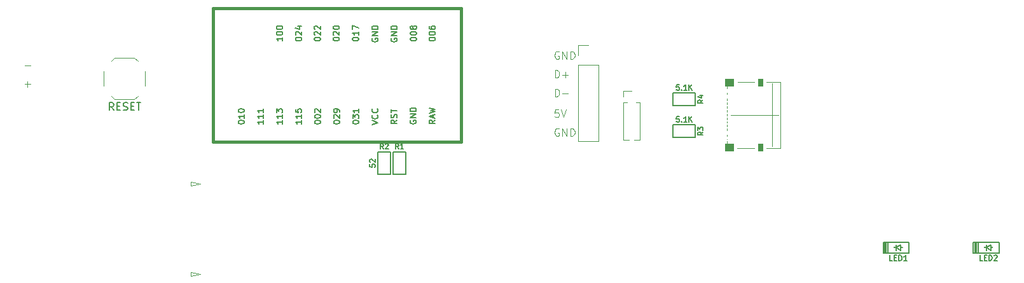
<source format=gbr>
%TF.GenerationSoftware,KiCad,Pcbnew,8.0.2*%
%TF.CreationDate,2024-05-05T23:04:00-07:00*%
%TF.ProjectId,g84_dropin,6738345f-6472-46f7-9069-6e2e6b696361,rev?*%
%TF.SameCoordinates,Original*%
%TF.FileFunction,Legend,Top*%
%TF.FilePolarity,Positive*%
%FSLAX46Y46*%
G04 Gerber Fmt 4.6, Leading zero omitted, Abs format (unit mm)*
G04 Created by KiCad (PCBNEW 8.0.2) date 2024-05-05 23:04:00*
%MOMM*%
%LPD*%
G01*
G04 APERTURE LIST*
G04 Aperture macros list*
%AMRoundRect*
0 Rectangle with rounded corners*
0 $1 Rounding radius*
0 $2 $3 $4 $5 $6 $7 $8 $9 X,Y pos of 4 corners*
0 Add a 4 corners polygon primitive as box body*
4,1,4,$2,$3,$4,$5,$6,$7,$8,$9,$2,$3,0*
0 Add four circle primitives for the rounded corners*
1,1,$1+$1,$2,$3*
1,1,$1+$1,$4,$5*
1,1,$1+$1,$6,$7*
1,1,$1+$1,$8,$9*
0 Add four rect primitives between the rounded corners*
20,1,$1+$1,$2,$3,$4,$5,0*
20,1,$1+$1,$4,$5,$6,$7,0*
20,1,$1+$1,$6,$7,$8,$9,0*
20,1,$1+$1,$8,$9,$2,$3,0*%
G04 Aperture macros list end*
%ADD10C,0.100000*%
%ADD11C,0.150000*%
%ADD12C,0.381000*%
%ADD13C,0.120000*%
%ADD14C,0.020000*%
%ADD15C,0.200000*%
%ADD16R,1.700000X1.700000*%
%ADD17O,1.700000X1.700000*%
%ADD18C,0.670000*%
%ADD19R,1.450000X0.250000*%
%ADD20R,1.450000X0.300000*%
%ADD21RoundRect,0.500000X0.600000X-0.000010X0.600000X0.000010X-0.600000X0.000010X-0.600000X-0.000010X0*%
%ADD22RoundRect,0.500000X0.300000X-0.000010X0.300000X0.000010X-0.300000X0.000010X-0.300000X-0.000010X0*%
%ADD23R,0.700000X1.300000*%
%ADD24C,0.787400*%
%ADD25C,1.550000*%
%ADD26C,2.600000*%
%ADD27C,2.000000*%
%ADD28C,4.000000*%
%ADD29R,1.000000X1.000000*%
%ADD30O,1.000000X1.000000*%
%ADD31R,1.300000X0.700000*%
%ADD32R,1.000000X0.750000*%
G04 APERTURE END LIST*
D10*
X146465788Y-69991466D02*
X147227693Y-69991466D01*
X146846740Y-70372419D02*
X146846740Y-69610514D01*
X146465788Y-67491466D02*
X147227693Y-67491466D01*
X217053884Y-69122419D02*
X217053884Y-68122419D01*
X217053884Y-68122419D02*
X217291979Y-68122419D01*
X217291979Y-68122419D02*
X217434836Y-68170038D01*
X217434836Y-68170038D02*
X217530074Y-68265276D01*
X217530074Y-68265276D02*
X217577693Y-68360514D01*
X217577693Y-68360514D02*
X217625312Y-68550990D01*
X217625312Y-68550990D02*
X217625312Y-68693847D01*
X217625312Y-68693847D02*
X217577693Y-68884323D01*
X217577693Y-68884323D02*
X217530074Y-68979561D01*
X217530074Y-68979561D02*
X217434836Y-69074800D01*
X217434836Y-69074800D02*
X217291979Y-69122419D01*
X217291979Y-69122419D02*
X217053884Y-69122419D01*
X218053884Y-68741466D02*
X218815789Y-68741466D01*
X218434836Y-69122419D02*
X218434836Y-68360514D01*
X217053884Y-71622419D02*
X217053884Y-70622419D01*
X217053884Y-70622419D02*
X217291979Y-70622419D01*
X217291979Y-70622419D02*
X217434836Y-70670038D01*
X217434836Y-70670038D02*
X217530074Y-70765276D01*
X217530074Y-70765276D02*
X217577693Y-70860514D01*
X217577693Y-70860514D02*
X217625312Y-71050990D01*
X217625312Y-71050990D02*
X217625312Y-71193847D01*
X217625312Y-71193847D02*
X217577693Y-71384323D01*
X217577693Y-71384323D02*
X217530074Y-71479561D01*
X217530074Y-71479561D02*
X217434836Y-71574800D01*
X217434836Y-71574800D02*
X217291979Y-71622419D01*
X217291979Y-71622419D02*
X217053884Y-71622419D01*
X218053884Y-71241466D02*
X218815789Y-71241466D01*
X217530074Y-73372419D02*
X217053884Y-73372419D01*
X217053884Y-73372419D02*
X217006265Y-73848609D01*
X217006265Y-73848609D02*
X217053884Y-73800990D01*
X217053884Y-73800990D02*
X217149122Y-73753371D01*
X217149122Y-73753371D02*
X217387217Y-73753371D01*
X217387217Y-73753371D02*
X217482455Y-73800990D01*
X217482455Y-73800990D02*
X217530074Y-73848609D01*
X217530074Y-73848609D02*
X217577693Y-73943847D01*
X217577693Y-73943847D02*
X217577693Y-74181942D01*
X217577693Y-74181942D02*
X217530074Y-74277180D01*
X217530074Y-74277180D02*
X217482455Y-74324800D01*
X217482455Y-74324800D02*
X217387217Y-74372419D01*
X217387217Y-74372419D02*
X217149122Y-74372419D01*
X217149122Y-74372419D02*
X217053884Y-74324800D01*
X217053884Y-74324800D02*
X217006265Y-74277180D01*
X217863408Y-73372419D02*
X218196741Y-74372419D01*
X218196741Y-74372419D02*
X218530074Y-73372419D01*
X217577693Y-75920038D02*
X217482455Y-75872419D01*
X217482455Y-75872419D02*
X217339598Y-75872419D01*
X217339598Y-75872419D02*
X217196741Y-75920038D01*
X217196741Y-75920038D02*
X217101503Y-76015276D01*
X217101503Y-76015276D02*
X217053884Y-76110514D01*
X217053884Y-76110514D02*
X217006265Y-76300990D01*
X217006265Y-76300990D02*
X217006265Y-76443847D01*
X217006265Y-76443847D02*
X217053884Y-76634323D01*
X217053884Y-76634323D02*
X217101503Y-76729561D01*
X217101503Y-76729561D02*
X217196741Y-76824800D01*
X217196741Y-76824800D02*
X217339598Y-76872419D01*
X217339598Y-76872419D02*
X217434836Y-76872419D01*
X217434836Y-76872419D02*
X217577693Y-76824800D01*
X217577693Y-76824800D02*
X217625312Y-76777180D01*
X217625312Y-76777180D02*
X217625312Y-76443847D01*
X217625312Y-76443847D02*
X217434836Y-76443847D01*
X218053884Y-76872419D02*
X218053884Y-75872419D01*
X218053884Y-75872419D02*
X218625312Y-76872419D01*
X218625312Y-76872419D02*
X218625312Y-75872419D01*
X219101503Y-76872419D02*
X219101503Y-75872419D01*
X219101503Y-75872419D02*
X219339598Y-75872419D01*
X219339598Y-75872419D02*
X219482455Y-75920038D01*
X219482455Y-75920038D02*
X219577693Y-76015276D01*
X219577693Y-76015276D02*
X219625312Y-76110514D01*
X219625312Y-76110514D02*
X219672931Y-76300990D01*
X219672931Y-76300990D02*
X219672931Y-76443847D01*
X219672931Y-76443847D02*
X219625312Y-76634323D01*
X219625312Y-76634323D02*
X219577693Y-76729561D01*
X219577693Y-76729561D02*
X219482455Y-76824800D01*
X219482455Y-76824800D02*
X219339598Y-76872419D01*
X219339598Y-76872419D02*
X219101503Y-76872419D01*
X217577693Y-65670038D02*
X217482455Y-65622419D01*
X217482455Y-65622419D02*
X217339598Y-65622419D01*
X217339598Y-65622419D02*
X217196741Y-65670038D01*
X217196741Y-65670038D02*
X217101503Y-65765276D01*
X217101503Y-65765276D02*
X217053884Y-65860514D01*
X217053884Y-65860514D02*
X217006265Y-66050990D01*
X217006265Y-66050990D02*
X217006265Y-66193847D01*
X217006265Y-66193847D02*
X217053884Y-66384323D01*
X217053884Y-66384323D02*
X217101503Y-66479561D01*
X217101503Y-66479561D02*
X217196741Y-66574800D01*
X217196741Y-66574800D02*
X217339598Y-66622419D01*
X217339598Y-66622419D02*
X217434836Y-66622419D01*
X217434836Y-66622419D02*
X217577693Y-66574800D01*
X217577693Y-66574800D02*
X217625312Y-66527180D01*
X217625312Y-66527180D02*
X217625312Y-66193847D01*
X217625312Y-66193847D02*
X217434836Y-66193847D01*
X218053884Y-66622419D02*
X218053884Y-65622419D01*
X218053884Y-65622419D02*
X218625312Y-66622419D01*
X218625312Y-66622419D02*
X218625312Y-65622419D01*
X219101503Y-66622419D02*
X219101503Y-65622419D01*
X219101503Y-65622419D02*
X219339598Y-65622419D01*
X219339598Y-65622419D02*
X219482455Y-65670038D01*
X219482455Y-65670038D02*
X219577693Y-65765276D01*
X219577693Y-65765276D02*
X219625312Y-65860514D01*
X219625312Y-65860514D02*
X219672931Y-66050990D01*
X219672931Y-66050990D02*
X219672931Y-66193847D01*
X219672931Y-66193847D02*
X219625312Y-66384323D01*
X219625312Y-66384323D02*
X219577693Y-66479561D01*
X219577693Y-66479561D02*
X219482455Y-66574800D01*
X219482455Y-66574800D02*
X219339598Y-66622419D01*
X219339598Y-66622419D02*
X219101503Y-66622419D01*
D11*
X187512295Y-64012809D02*
X187512295Y-63936619D01*
X187512295Y-63936619D02*
X187550390Y-63860428D01*
X187550390Y-63860428D02*
X187588485Y-63822333D01*
X187588485Y-63822333D02*
X187664676Y-63784238D01*
X187664676Y-63784238D02*
X187817057Y-63746143D01*
X187817057Y-63746143D02*
X188007533Y-63746143D01*
X188007533Y-63746143D02*
X188159914Y-63784238D01*
X188159914Y-63784238D02*
X188236104Y-63822333D01*
X188236104Y-63822333D02*
X188274200Y-63860428D01*
X188274200Y-63860428D02*
X188312295Y-63936619D01*
X188312295Y-63936619D02*
X188312295Y-64012809D01*
X188312295Y-64012809D02*
X188274200Y-64089000D01*
X188274200Y-64089000D02*
X188236104Y-64127095D01*
X188236104Y-64127095D02*
X188159914Y-64165190D01*
X188159914Y-64165190D02*
X188007533Y-64203286D01*
X188007533Y-64203286D02*
X187817057Y-64203286D01*
X187817057Y-64203286D02*
X187664676Y-64165190D01*
X187664676Y-64165190D02*
X187588485Y-64127095D01*
X187588485Y-64127095D02*
X187550390Y-64089000D01*
X187550390Y-64089000D02*
X187512295Y-64012809D01*
X187588485Y-63441381D02*
X187550390Y-63403285D01*
X187550390Y-63403285D02*
X187512295Y-63327095D01*
X187512295Y-63327095D02*
X187512295Y-63136619D01*
X187512295Y-63136619D02*
X187550390Y-63060428D01*
X187550390Y-63060428D02*
X187588485Y-63022333D01*
X187588485Y-63022333D02*
X187664676Y-62984238D01*
X187664676Y-62984238D02*
X187740866Y-62984238D01*
X187740866Y-62984238D02*
X187855152Y-63022333D01*
X187855152Y-63022333D02*
X188312295Y-63479476D01*
X188312295Y-63479476D02*
X188312295Y-62984238D01*
X187512295Y-62488999D02*
X187512295Y-62412809D01*
X187512295Y-62412809D02*
X187550390Y-62336618D01*
X187550390Y-62336618D02*
X187588485Y-62298523D01*
X187588485Y-62298523D02*
X187664676Y-62260428D01*
X187664676Y-62260428D02*
X187817057Y-62222333D01*
X187817057Y-62222333D02*
X188007533Y-62222333D01*
X188007533Y-62222333D02*
X188159914Y-62260428D01*
X188159914Y-62260428D02*
X188236104Y-62298523D01*
X188236104Y-62298523D02*
X188274200Y-62336618D01*
X188274200Y-62336618D02*
X188312295Y-62412809D01*
X188312295Y-62412809D02*
X188312295Y-62488999D01*
X188312295Y-62488999D02*
X188274200Y-62565190D01*
X188274200Y-62565190D02*
X188236104Y-62603285D01*
X188236104Y-62603285D02*
X188159914Y-62641380D01*
X188159914Y-62641380D02*
X188007533Y-62679476D01*
X188007533Y-62679476D02*
X187817057Y-62679476D01*
X187817057Y-62679476D02*
X187664676Y-62641380D01*
X187664676Y-62641380D02*
X187588485Y-62603285D01*
X187588485Y-62603285D02*
X187550390Y-62565190D01*
X187550390Y-62565190D02*
X187512295Y-62488999D01*
X197812295Y-64012809D02*
X197812295Y-63936619D01*
X197812295Y-63936619D02*
X197850390Y-63860428D01*
X197850390Y-63860428D02*
X197888485Y-63822333D01*
X197888485Y-63822333D02*
X197964676Y-63784238D01*
X197964676Y-63784238D02*
X198117057Y-63746143D01*
X198117057Y-63746143D02*
X198307533Y-63746143D01*
X198307533Y-63746143D02*
X198459914Y-63784238D01*
X198459914Y-63784238D02*
X198536104Y-63822333D01*
X198536104Y-63822333D02*
X198574200Y-63860428D01*
X198574200Y-63860428D02*
X198612295Y-63936619D01*
X198612295Y-63936619D02*
X198612295Y-64012809D01*
X198612295Y-64012809D02*
X198574200Y-64089000D01*
X198574200Y-64089000D02*
X198536104Y-64127095D01*
X198536104Y-64127095D02*
X198459914Y-64165190D01*
X198459914Y-64165190D02*
X198307533Y-64203286D01*
X198307533Y-64203286D02*
X198117057Y-64203286D01*
X198117057Y-64203286D02*
X197964676Y-64165190D01*
X197964676Y-64165190D02*
X197888485Y-64127095D01*
X197888485Y-64127095D02*
X197850390Y-64089000D01*
X197850390Y-64089000D02*
X197812295Y-64012809D01*
X197812295Y-63250904D02*
X197812295Y-63174714D01*
X197812295Y-63174714D02*
X197850390Y-63098523D01*
X197850390Y-63098523D02*
X197888485Y-63060428D01*
X197888485Y-63060428D02*
X197964676Y-63022333D01*
X197964676Y-63022333D02*
X198117057Y-62984238D01*
X198117057Y-62984238D02*
X198307533Y-62984238D01*
X198307533Y-62984238D02*
X198459914Y-63022333D01*
X198459914Y-63022333D02*
X198536104Y-63060428D01*
X198536104Y-63060428D02*
X198574200Y-63098523D01*
X198574200Y-63098523D02*
X198612295Y-63174714D01*
X198612295Y-63174714D02*
X198612295Y-63250904D01*
X198612295Y-63250904D02*
X198574200Y-63327095D01*
X198574200Y-63327095D02*
X198536104Y-63365190D01*
X198536104Y-63365190D02*
X198459914Y-63403285D01*
X198459914Y-63403285D02*
X198307533Y-63441381D01*
X198307533Y-63441381D02*
X198117057Y-63441381D01*
X198117057Y-63441381D02*
X197964676Y-63403285D01*
X197964676Y-63403285D02*
X197888485Y-63365190D01*
X197888485Y-63365190D02*
X197850390Y-63327095D01*
X197850390Y-63327095D02*
X197812295Y-63250904D01*
X198155152Y-62527095D02*
X198117057Y-62603285D01*
X198117057Y-62603285D02*
X198078961Y-62641380D01*
X198078961Y-62641380D02*
X198002771Y-62679476D01*
X198002771Y-62679476D02*
X197964676Y-62679476D01*
X197964676Y-62679476D02*
X197888485Y-62641380D01*
X197888485Y-62641380D02*
X197850390Y-62603285D01*
X197850390Y-62603285D02*
X197812295Y-62527095D01*
X197812295Y-62527095D02*
X197812295Y-62374714D01*
X197812295Y-62374714D02*
X197850390Y-62298523D01*
X197850390Y-62298523D02*
X197888485Y-62260428D01*
X197888485Y-62260428D02*
X197964676Y-62222333D01*
X197964676Y-62222333D02*
X198002771Y-62222333D01*
X198002771Y-62222333D02*
X198078961Y-62260428D01*
X198078961Y-62260428D02*
X198117057Y-62298523D01*
X198117057Y-62298523D02*
X198155152Y-62374714D01*
X198155152Y-62374714D02*
X198155152Y-62527095D01*
X198155152Y-62527095D02*
X198193247Y-62603285D01*
X198193247Y-62603285D02*
X198231342Y-62641380D01*
X198231342Y-62641380D02*
X198307533Y-62679476D01*
X198307533Y-62679476D02*
X198459914Y-62679476D01*
X198459914Y-62679476D02*
X198536104Y-62641380D01*
X198536104Y-62641380D02*
X198574200Y-62603285D01*
X198574200Y-62603285D02*
X198612295Y-62527095D01*
X198612295Y-62527095D02*
X198612295Y-62374714D01*
X198612295Y-62374714D02*
X198574200Y-62298523D01*
X198574200Y-62298523D02*
X198536104Y-62260428D01*
X198536104Y-62260428D02*
X198459914Y-62222333D01*
X198459914Y-62222333D02*
X198307533Y-62222333D01*
X198307533Y-62222333D02*
X198231342Y-62260428D01*
X198231342Y-62260428D02*
X198193247Y-62298523D01*
X198193247Y-62298523D02*
X198155152Y-62374714D01*
X197780390Y-74814190D02*
X197742295Y-74890380D01*
X197742295Y-74890380D02*
X197742295Y-75004666D01*
X197742295Y-75004666D02*
X197780390Y-75118952D01*
X197780390Y-75118952D02*
X197856580Y-75195142D01*
X197856580Y-75195142D02*
X197932771Y-75233237D01*
X197932771Y-75233237D02*
X198085152Y-75271333D01*
X198085152Y-75271333D02*
X198199438Y-75271333D01*
X198199438Y-75271333D02*
X198351819Y-75233237D01*
X198351819Y-75233237D02*
X198428009Y-75195142D01*
X198428009Y-75195142D02*
X198504200Y-75118952D01*
X198504200Y-75118952D02*
X198542295Y-75004666D01*
X198542295Y-75004666D02*
X198542295Y-74928475D01*
X198542295Y-74928475D02*
X198504200Y-74814190D01*
X198504200Y-74814190D02*
X198466104Y-74776094D01*
X198466104Y-74776094D02*
X198199438Y-74776094D01*
X198199438Y-74776094D02*
X198199438Y-74928475D01*
X198542295Y-74433237D02*
X197742295Y-74433237D01*
X197742295Y-74433237D02*
X198542295Y-73976094D01*
X198542295Y-73976094D02*
X197742295Y-73976094D01*
X198542295Y-73595142D02*
X197742295Y-73595142D01*
X197742295Y-73595142D02*
X197742295Y-73404666D01*
X197742295Y-73404666D02*
X197780390Y-73290380D01*
X197780390Y-73290380D02*
X197856580Y-73214190D01*
X197856580Y-73214190D02*
X197932771Y-73176095D01*
X197932771Y-73176095D02*
X198085152Y-73137999D01*
X198085152Y-73137999D02*
X198199438Y-73137999D01*
X198199438Y-73137999D02*
X198351819Y-73176095D01*
X198351819Y-73176095D02*
X198428009Y-73214190D01*
X198428009Y-73214190D02*
X198504200Y-73290380D01*
X198504200Y-73290380D02*
X198542295Y-73404666D01*
X198542295Y-73404666D02*
X198542295Y-73595142D01*
X200282295Y-64012809D02*
X200282295Y-63936619D01*
X200282295Y-63936619D02*
X200320390Y-63860428D01*
X200320390Y-63860428D02*
X200358485Y-63822333D01*
X200358485Y-63822333D02*
X200434676Y-63784238D01*
X200434676Y-63784238D02*
X200587057Y-63746143D01*
X200587057Y-63746143D02*
X200777533Y-63746143D01*
X200777533Y-63746143D02*
X200929914Y-63784238D01*
X200929914Y-63784238D02*
X201006104Y-63822333D01*
X201006104Y-63822333D02*
X201044200Y-63860428D01*
X201044200Y-63860428D02*
X201082295Y-63936619D01*
X201082295Y-63936619D02*
X201082295Y-64012809D01*
X201082295Y-64012809D02*
X201044200Y-64089000D01*
X201044200Y-64089000D02*
X201006104Y-64127095D01*
X201006104Y-64127095D02*
X200929914Y-64165190D01*
X200929914Y-64165190D02*
X200777533Y-64203286D01*
X200777533Y-64203286D02*
X200587057Y-64203286D01*
X200587057Y-64203286D02*
X200434676Y-64165190D01*
X200434676Y-64165190D02*
X200358485Y-64127095D01*
X200358485Y-64127095D02*
X200320390Y-64089000D01*
X200320390Y-64089000D02*
X200282295Y-64012809D01*
X200282295Y-63250904D02*
X200282295Y-63174714D01*
X200282295Y-63174714D02*
X200320390Y-63098523D01*
X200320390Y-63098523D02*
X200358485Y-63060428D01*
X200358485Y-63060428D02*
X200434676Y-63022333D01*
X200434676Y-63022333D02*
X200587057Y-62984238D01*
X200587057Y-62984238D02*
X200777533Y-62984238D01*
X200777533Y-62984238D02*
X200929914Y-63022333D01*
X200929914Y-63022333D02*
X201006104Y-63060428D01*
X201006104Y-63060428D02*
X201044200Y-63098523D01*
X201044200Y-63098523D02*
X201082295Y-63174714D01*
X201082295Y-63174714D02*
X201082295Y-63250904D01*
X201082295Y-63250904D02*
X201044200Y-63327095D01*
X201044200Y-63327095D02*
X201006104Y-63365190D01*
X201006104Y-63365190D02*
X200929914Y-63403285D01*
X200929914Y-63403285D02*
X200777533Y-63441381D01*
X200777533Y-63441381D02*
X200587057Y-63441381D01*
X200587057Y-63441381D02*
X200434676Y-63403285D01*
X200434676Y-63403285D02*
X200358485Y-63365190D01*
X200358485Y-63365190D02*
X200320390Y-63327095D01*
X200320390Y-63327095D02*
X200282295Y-63250904D01*
X200282295Y-62298523D02*
X200282295Y-62450904D01*
X200282295Y-62450904D02*
X200320390Y-62527095D01*
X200320390Y-62527095D02*
X200358485Y-62565190D01*
X200358485Y-62565190D02*
X200472771Y-62641380D01*
X200472771Y-62641380D02*
X200625152Y-62679476D01*
X200625152Y-62679476D02*
X200929914Y-62679476D01*
X200929914Y-62679476D02*
X201006104Y-62641380D01*
X201006104Y-62641380D02*
X201044200Y-62603285D01*
X201044200Y-62603285D02*
X201082295Y-62527095D01*
X201082295Y-62527095D02*
X201082295Y-62374714D01*
X201082295Y-62374714D02*
X201044200Y-62298523D01*
X201044200Y-62298523D02*
X201006104Y-62260428D01*
X201006104Y-62260428D02*
X200929914Y-62222333D01*
X200929914Y-62222333D02*
X200739438Y-62222333D01*
X200739438Y-62222333D02*
X200663247Y-62260428D01*
X200663247Y-62260428D02*
X200625152Y-62298523D01*
X200625152Y-62298523D02*
X200587057Y-62374714D01*
X200587057Y-62374714D02*
X200587057Y-62527095D01*
X200587057Y-62527095D02*
X200625152Y-62603285D01*
X200625152Y-62603285D02*
X200663247Y-62641380D01*
X200663247Y-62641380D02*
X200739438Y-62679476D01*
X201082295Y-74776095D02*
X200701342Y-75042762D01*
X201082295Y-75233238D02*
X200282295Y-75233238D01*
X200282295Y-75233238D02*
X200282295Y-74928476D01*
X200282295Y-74928476D02*
X200320390Y-74852286D01*
X200320390Y-74852286D02*
X200358485Y-74814191D01*
X200358485Y-74814191D02*
X200434676Y-74776095D01*
X200434676Y-74776095D02*
X200548961Y-74776095D01*
X200548961Y-74776095D02*
X200625152Y-74814191D01*
X200625152Y-74814191D02*
X200663247Y-74852286D01*
X200663247Y-74852286D02*
X200701342Y-74928476D01*
X200701342Y-74928476D02*
X200701342Y-75233238D01*
X200853723Y-74471334D02*
X200853723Y-74090381D01*
X201082295Y-74547524D02*
X200282295Y-74280857D01*
X200282295Y-74280857D02*
X201082295Y-74014191D01*
X200282295Y-73823715D02*
X201082295Y-73633239D01*
X201082295Y-73633239D02*
X200510866Y-73480858D01*
X200510866Y-73480858D02*
X201082295Y-73328477D01*
X201082295Y-73328477D02*
X200282295Y-73138001D01*
X178222295Y-74820524D02*
X178222295Y-75277667D01*
X178222295Y-75049095D02*
X177422295Y-75049095D01*
X177422295Y-75049095D02*
X177536580Y-75125286D01*
X177536580Y-75125286D02*
X177612771Y-75201476D01*
X177612771Y-75201476D02*
X177650866Y-75277667D01*
X178222295Y-74058619D02*
X178222295Y-74515762D01*
X178222295Y-74287190D02*
X177422295Y-74287190D01*
X177422295Y-74287190D02*
X177536580Y-74363381D01*
X177536580Y-74363381D02*
X177612771Y-74439571D01*
X177612771Y-74439571D02*
X177650866Y-74515762D01*
X178222295Y-73296714D02*
X178222295Y-73753857D01*
X178222295Y-73525285D02*
X177422295Y-73525285D01*
X177422295Y-73525285D02*
X177536580Y-73601476D01*
X177536580Y-73601476D02*
X177612771Y-73677666D01*
X177612771Y-73677666D02*
X177650866Y-73753857D01*
X195240390Y-63898523D02*
X195202295Y-63974713D01*
X195202295Y-63974713D02*
X195202295Y-64088999D01*
X195202295Y-64088999D02*
X195240390Y-64203285D01*
X195240390Y-64203285D02*
X195316580Y-64279475D01*
X195316580Y-64279475D02*
X195392771Y-64317570D01*
X195392771Y-64317570D02*
X195545152Y-64355666D01*
X195545152Y-64355666D02*
X195659438Y-64355666D01*
X195659438Y-64355666D02*
X195811819Y-64317570D01*
X195811819Y-64317570D02*
X195888009Y-64279475D01*
X195888009Y-64279475D02*
X195964200Y-64203285D01*
X195964200Y-64203285D02*
X196002295Y-64088999D01*
X196002295Y-64088999D02*
X196002295Y-64012808D01*
X196002295Y-64012808D02*
X195964200Y-63898523D01*
X195964200Y-63898523D02*
X195926104Y-63860427D01*
X195926104Y-63860427D02*
X195659438Y-63860427D01*
X195659438Y-63860427D02*
X195659438Y-64012808D01*
X196002295Y-63517570D02*
X195202295Y-63517570D01*
X195202295Y-63517570D02*
X196002295Y-63060427D01*
X196002295Y-63060427D02*
X195202295Y-63060427D01*
X196002295Y-62679475D02*
X195202295Y-62679475D01*
X195202295Y-62679475D02*
X195202295Y-62488999D01*
X195202295Y-62488999D02*
X195240390Y-62374713D01*
X195240390Y-62374713D02*
X195316580Y-62298523D01*
X195316580Y-62298523D02*
X195392771Y-62260428D01*
X195392771Y-62260428D02*
X195545152Y-62222332D01*
X195545152Y-62222332D02*
X195659438Y-62222332D01*
X195659438Y-62222332D02*
X195811819Y-62260428D01*
X195811819Y-62260428D02*
X195888009Y-62298523D01*
X195888009Y-62298523D02*
X195964200Y-62374713D01*
X195964200Y-62374713D02*
X196002295Y-62488999D01*
X196002295Y-62488999D02*
X196002295Y-62679475D01*
X185042295Y-75087190D02*
X185042295Y-75011000D01*
X185042295Y-75011000D02*
X185080390Y-74934809D01*
X185080390Y-74934809D02*
X185118485Y-74896714D01*
X185118485Y-74896714D02*
X185194676Y-74858619D01*
X185194676Y-74858619D02*
X185347057Y-74820524D01*
X185347057Y-74820524D02*
X185537533Y-74820524D01*
X185537533Y-74820524D02*
X185689914Y-74858619D01*
X185689914Y-74858619D02*
X185766104Y-74896714D01*
X185766104Y-74896714D02*
X185804200Y-74934809D01*
X185804200Y-74934809D02*
X185842295Y-75011000D01*
X185842295Y-75011000D02*
X185842295Y-75087190D01*
X185842295Y-75087190D02*
X185804200Y-75163381D01*
X185804200Y-75163381D02*
X185766104Y-75201476D01*
X185766104Y-75201476D02*
X185689914Y-75239571D01*
X185689914Y-75239571D02*
X185537533Y-75277667D01*
X185537533Y-75277667D02*
X185347057Y-75277667D01*
X185347057Y-75277667D02*
X185194676Y-75239571D01*
X185194676Y-75239571D02*
X185118485Y-75201476D01*
X185118485Y-75201476D02*
X185080390Y-75163381D01*
X185080390Y-75163381D02*
X185042295Y-75087190D01*
X185042295Y-74325285D02*
X185042295Y-74249095D01*
X185042295Y-74249095D02*
X185080390Y-74172904D01*
X185080390Y-74172904D02*
X185118485Y-74134809D01*
X185118485Y-74134809D02*
X185194676Y-74096714D01*
X185194676Y-74096714D02*
X185347057Y-74058619D01*
X185347057Y-74058619D02*
X185537533Y-74058619D01*
X185537533Y-74058619D02*
X185689914Y-74096714D01*
X185689914Y-74096714D02*
X185766104Y-74134809D01*
X185766104Y-74134809D02*
X185804200Y-74172904D01*
X185804200Y-74172904D02*
X185842295Y-74249095D01*
X185842295Y-74249095D02*
X185842295Y-74325285D01*
X185842295Y-74325285D02*
X185804200Y-74401476D01*
X185804200Y-74401476D02*
X185766104Y-74439571D01*
X185766104Y-74439571D02*
X185689914Y-74477666D01*
X185689914Y-74477666D02*
X185537533Y-74515762D01*
X185537533Y-74515762D02*
X185347057Y-74515762D01*
X185347057Y-74515762D02*
X185194676Y-74477666D01*
X185194676Y-74477666D02*
X185118485Y-74439571D01*
X185118485Y-74439571D02*
X185080390Y-74401476D01*
X185080390Y-74401476D02*
X185042295Y-74325285D01*
X185118485Y-73753857D02*
X185080390Y-73715761D01*
X185080390Y-73715761D02*
X185042295Y-73639571D01*
X185042295Y-73639571D02*
X185042295Y-73449095D01*
X185042295Y-73449095D02*
X185080390Y-73372904D01*
X185080390Y-73372904D02*
X185118485Y-73334809D01*
X185118485Y-73334809D02*
X185194676Y-73296714D01*
X185194676Y-73296714D02*
X185270866Y-73296714D01*
X185270866Y-73296714D02*
X185385152Y-73334809D01*
X185385152Y-73334809D02*
X185842295Y-73791952D01*
X185842295Y-73791952D02*
X185842295Y-73296714D01*
X190112295Y-64012809D02*
X190112295Y-63936619D01*
X190112295Y-63936619D02*
X190150390Y-63860428D01*
X190150390Y-63860428D02*
X190188485Y-63822333D01*
X190188485Y-63822333D02*
X190264676Y-63784238D01*
X190264676Y-63784238D02*
X190417057Y-63746143D01*
X190417057Y-63746143D02*
X190607533Y-63746143D01*
X190607533Y-63746143D02*
X190759914Y-63784238D01*
X190759914Y-63784238D02*
X190836104Y-63822333D01*
X190836104Y-63822333D02*
X190874200Y-63860428D01*
X190874200Y-63860428D02*
X190912295Y-63936619D01*
X190912295Y-63936619D02*
X190912295Y-64012809D01*
X190912295Y-64012809D02*
X190874200Y-64089000D01*
X190874200Y-64089000D02*
X190836104Y-64127095D01*
X190836104Y-64127095D02*
X190759914Y-64165190D01*
X190759914Y-64165190D02*
X190607533Y-64203286D01*
X190607533Y-64203286D02*
X190417057Y-64203286D01*
X190417057Y-64203286D02*
X190264676Y-64165190D01*
X190264676Y-64165190D02*
X190188485Y-64127095D01*
X190188485Y-64127095D02*
X190150390Y-64089000D01*
X190150390Y-64089000D02*
X190112295Y-64012809D01*
X190912295Y-62984238D02*
X190912295Y-63441381D01*
X190912295Y-63212809D02*
X190112295Y-63212809D01*
X190112295Y-63212809D02*
X190226580Y-63289000D01*
X190226580Y-63289000D02*
X190302771Y-63365190D01*
X190302771Y-63365190D02*
X190340866Y-63441381D01*
X190112295Y-62717571D02*
X190112295Y-62184237D01*
X190112295Y-62184237D02*
X190912295Y-62527095D01*
X192662295Y-75353857D02*
X193462295Y-75087190D01*
X193462295Y-75087190D02*
X192662295Y-74820524D01*
X193386104Y-74096714D02*
X193424200Y-74134810D01*
X193424200Y-74134810D02*
X193462295Y-74249095D01*
X193462295Y-74249095D02*
X193462295Y-74325286D01*
X193462295Y-74325286D02*
X193424200Y-74439572D01*
X193424200Y-74439572D02*
X193348009Y-74515762D01*
X193348009Y-74515762D02*
X193271819Y-74553857D01*
X193271819Y-74553857D02*
X193119438Y-74591953D01*
X193119438Y-74591953D02*
X193005152Y-74591953D01*
X193005152Y-74591953D02*
X192852771Y-74553857D01*
X192852771Y-74553857D02*
X192776580Y-74515762D01*
X192776580Y-74515762D02*
X192700390Y-74439572D01*
X192700390Y-74439572D02*
X192662295Y-74325286D01*
X192662295Y-74325286D02*
X192662295Y-74249095D01*
X192662295Y-74249095D02*
X192700390Y-74134810D01*
X192700390Y-74134810D02*
X192738485Y-74096714D01*
X193386104Y-73296714D02*
X193424200Y-73334810D01*
X193424200Y-73334810D02*
X193462295Y-73449095D01*
X193462295Y-73449095D02*
X193462295Y-73525286D01*
X193462295Y-73525286D02*
X193424200Y-73639572D01*
X193424200Y-73639572D02*
X193348009Y-73715762D01*
X193348009Y-73715762D02*
X193271819Y-73753857D01*
X193271819Y-73753857D02*
X193119438Y-73791953D01*
X193119438Y-73791953D02*
X193005152Y-73791953D01*
X193005152Y-73791953D02*
X192852771Y-73753857D01*
X192852771Y-73753857D02*
X192776580Y-73715762D01*
X192776580Y-73715762D02*
X192700390Y-73639572D01*
X192700390Y-73639572D02*
X192662295Y-73525286D01*
X192662295Y-73525286D02*
X192662295Y-73449095D01*
X192662295Y-73449095D02*
X192700390Y-73334810D01*
X192700390Y-73334810D02*
X192738485Y-73296714D01*
X187582295Y-75087190D02*
X187582295Y-75011000D01*
X187582295Y-75011000D02*
X187620390Y-74934809D01*
X187620390Y-74934809D02*
X187658485Y-74896714D01*
X187658485Y-74896714D02*
X187734676Y-74858619D01*
X187734676Y-74858619D02*
X187887057Y-74820524D01*
X187887057Y-74820524D02*
X188077533Y-74820524D01*
X188077533Y-74820524D02*
X188229914Y-74858619D01*
X188229914Y-74858619D02*
X188306104Y-74896714D01*
X188306104Y-74896714D02*
X188344200Y-74934809D01*
X188344200Y-74934809D02*
X188382295Y-75011000D01*
X188382295Y-75011000D02*
X188382295Y-75087190D01*
X188382295Y-75087190D02*
X188344200Y-75163381D01*
X188344200Y-75163381D02*
X188306104Y-75201476D01*
X188306104Y-75201476D02*
X188229914Y-75239571D01*
X188229914Y-75239571D02*
X188077533Y-75277667D01*
X188077533Y-75277667D02*
X187887057Y-75277667D01*
X187887057Y-75277667D02*
X187734676Y-75239571D01*
X187734676Y-75239571D02*
X187658485Y-75201476D01*
X187658485Y-75201476D02*
X187620390Y-75163381D01*
X187620390Y-75163381D02*
X187582295Y-75087190D01*
X187658485Y-74515762D02*
X187620390Y-74477666D01*
X187620390Y-74477666D02*
X187582295Y-74401476D01*
X187582295Y-74401476D02*
X187582295Y-74211000D01*
X187582295Y-74211000D02*
X187620390Y-74134809D01*
X187620390Y-74134809D02*
X187658485Y-74096714D01*
X187658485Y-74096714D02*
X187734676Y-74058619D01*
X187734676Y-74058619D02*
X187810866Y-74058619D01*
X187810866Y-74058619D02*
X187925152Y-74096714D01*
X187925152Y-74096714D02*
X188382295Y-74553857D01*
X188382295Y-74553857D02*
X188382295Y-74058619D01*
X188382295Y-73677666D02*
X188382295Y-73525285D01*
X188382295Y-73525285D02*
X188344200Y-73449095D01*
X188344200Y-73449095D02*
X188306104Y-73410999D01*
X188306104Y-73410999D02*
X188191819Y-73334809D01*
X188191819Y-73334809D02*
X188039438Y-73296714D01*
X188039438Y-73296714D02*
X187734676Y-73296714D01*
X187734676Y-73296714D02*
X187658485Y-73334809D01*
X187658485Y-73334809D02*
X187620390Y-73372904D01*
X187620390Y-73372904D02*
X187582295Y-73449095D01*
X187582295Y-73449095D02*
X187582295Y-73601476D01*
X187582295Y-73601476D02*
X187620390Y-73677666D01*
X187620390Y-73677666D02*
X187658485Y-73715761D01*
X187658485Y-73715761D02*
X187734676Y-73753857D01*
X187734676Y-73753857D02*
X187925152Y-73753857D01*
X187925152Y-73753857D02*
X188001342Y-73715761D01*
X188001342Y-73715761D02*
X188039438Y-73677666D01*
X188039438Y-73677666D02*
X188077533Y-73601476D01*
X188077533Y-73601476D02*
X188077533Y-73449095D01*
X188077533Y-73449095D02*
X188039438Y-73372904D01*
X188039438Y-73372904D02*
X188001342Y-73334809D01*
X188001342Y-73334809D02*
X187925152Y-73296714D01*
X192700390Y-63898523D02*
X192662295Y-63974713D01*
X192662295Y-63974713D02*
X192662295Y-64088999D01*
X192662295Y-64088999D02*
X192700390Y-64203285D01*
X192700390Y-64203285D02*
X192776580Y-64279475D01*
X192776580Y-64279475D02*
X192852771Y-64317570D01*
X192852771Y-64317570D02*
X193005152Y-64355666D01*
X193005152Y-64355666D02*
X193119438Y-64355666D01*
X193119438Y-64355666D02*
X193271819Y-64317570D01*
X193271819Y-64317570D02*
X193348009Y-64279475D01*
X193348009Y-64279475D02*
X193424200Y-64203285D01*
X193424200Y-64203285D02*
X193462295Y-64088999D01*
X193462295Y-64088999D02*
X193462295Y-64012808D01*
X193462295Y-64012808D02*
X193424200Y-63898523D01*
X193424200Y-63898523D02*
X193386104Y-63860427D01*
X193386104Y-63860427D02*
X193119438Y-63860427D01*
X193119438Y-63860427D02*
X193119438Y-64012808D01*
X193462295Y-63517570D02*
X192662295Y-63517570D01*
X192662295Y-63517570D02*
X193462295Y-63060427D01*
X193462295Y-63060427D02*
X192662295Y-63060427D01*
X193462295Y-62679475D02*
X192662295Y-62679475D01*
X192662295Y-62679475D02*
X192662295Y-62488999D01*
X192662295Y-62488999D02*
X192700390Y-62374713D01*
X192700390Y-62374713D02*
X192776580Y-62298523D01*
X192776580Y-62298523D02*
X192852771Y-62260428D01*
X192852771Y-62260428D02*
X193005152Y-62222332D01*
X193005152Y-62222332D02*
X193119438Y-62222332D01*
X193119438Y-62222332D02*
X193271819Y-62260428D01*
X193271819Y-62260428D02*
X193348009Y-62298523D01*
X193348009Y-62298523D02*
X193424200Y-62374713D01*
X193424200Y-62374713D02*
X193462295Y-62488999D01*
X193462295Y-62488999D02*
X193462295Y-62679475D01*
X183302295Y-74820524D02*
X183302295Y-75277667D01*
X183302295Y-75049095D02*
X182502295Y-75049095D01*
X182502295Y-75049095D02*
X182616580Y-75125286D01*
X182616580Y-75125286D02*
X182692771Y-75201476D01*
X182692771Y-75201476D02*
X182730866Y-75277667D01*
X183302295Y-74058619D02*
X183302295Y-74515762D01*
X183302295Y-74287190D02*
X182502295Y-74287190D01*
X182502295Y-74287190D02*
X182616580Y-74363381D01*
X182616580Y-74363381D02*
X182692771Y-74439571D01*
X182692771Y-74439571D02*
X182730866Y-74515762D01*
X182502295Y-73334809D02*
X182502295Y-73715761D01*
X182502295Y-73715761D02*
X182883247Y-73753857D01*
X182883247Y-73753857D02*
X182845152Y-73715761D01*
X182845152Y-73715761D02*
X182807057Y-73639571D01*
X182807057Y-73639571D02*
X182807057Y-73449095D01*
X182807057Y-73449095D02*
X182845152Y-73372904D01*
X182845152Y-73372904D02*
X182883247Y-73334809D01*
X182883247Y-73334809D02*
X182959438Y-73296714D01*
X182959438Y-73296714D02*
X183149914Y-73296714D01*
X183149914Y-73296714D02*
X183226104Y-73334809D01*
X183226104Y-73334809D02*
X183264200Y-73372904D01*
X183264200Y-73372904D02*
X183302295Y-73449095D01*
X183302295Y-73449095D02*
X183302295Y-73639571D01*
X183302295Y-73639571D02*
X183264200Y-73715761D01*
X183264200Y-73715761D02*
X183226104Y-73753857D01*
X196002295Y-74776094D02*
X195621342Y-75042761D01*
X196002295Y-75233237D02*
X195202295Y-75233237D01*
X195202295Y-75233237D02*
X195202295Y-74928475D01*
X195202295Y-74928475D02*
X195240390Y-74852285D01*
X195240390Y-74852285D02*
X195278485Y-74814190D01*
X195278485Y-74814190D02*
X195354676Y-74776094D01*
X195354676Y-74776094D02*
X195468961Y-74776094D01*
X195468961Y-74776094D02*
X195545152Y-74814190D01*
X195545152Y-74814190D02*
X195583247Y-74852285D01*
X195583247Y-74852285D02*
X195621342Y-74928475D01*
X195621342Y-74928475D02*
X195621342Y-75233237D01*
X195964200Y-74471333D02*
X196002295Y-74357047D01*
X196002295Y-74357047D02*
X196002295Y-74166571D01*
X196002295Y-74166571D02*
X195964200Y-74090380D01*
X195964200Y-74090380D02*
X195926104Y-74052285D01*
X195926104Y-74052285D02*
X195849914Y-74014190D01*
X195849914Y-74014190D02*
X195773723Y-74014190D01*
X195773723Y-74014190D02*
X195697533Y-74052285D01*
X195697533Y-74052285D02*
X195659438Y-74090380D01*
X195659438Y-74090380D02*
X195621342Y-74166571D01*
X195621342Y-74166571D02*
X195583247Y-74318952D01*
X195583247Y-74318952D02*
X195545152Y-74395142D01*
X195545152Y-74395142D02*
X195507057Y-74433237D01*
X195507057Y-74433237D02*
X195430866Y-74471333D01*
X195430866Y-74471333D02*
X195354676Y-74471333D01*
X195354676Y-74471333D02*
X195278485Y-74433237D01*
X195278485Y-74433237D02*
X195240390Y-74395142D01*
X195240390Y-74395142D02*
X195202295Y-74318952D01*
X195202295Y-74318952D02*
X195202295Y-74128475D01*
X195202295Y-74128475D02*
X195240390Y-74014190D01*
X195202295Y-73785618D02*
X195202295Y-73328475D01*
X196002295Y-73557047D02*
X195202295Y-73557047D01*
X180762295Y-63746143D02*
X180762295Y-64203286D01*
X180762295Y-63974714D02*
X179962295Y-63974714D01*
X179962295Y-63974714D02*
X180076580Y-64050905D01*
X180076580Y-64050905D02*
X180152771Y-64127095D01*
X180152771Y-64127095D02*
X180190866Y-64203286D01*
X179962295Y-63250904D02*
X179962295Y-63174714D01*
X179962295Y-63174714D02*
X180000390Y-63098523D01*
X180000390Y-63098523D02*
X180038485Y-63060428D01*
X180038485Y-63060428D02*
X180114676Y-63022333D01*
X180114676Y-63022333D02*
X180267057Y-62984238D01*
X180267057Y-62984238D02*
X180457533Y-62984238D01*
X180457533Y-62984238D02*
X180609914Y-63022333D01*
X180609914Y-63022333D02*
X180686104Y-63060428D01*
X180686104Y-63060428D02*
X180724200Y-63098523D01*
X180724200Y-63098523D02*
X180762295Y-63174714D01*
X180762295Y-63174714D02*
X180762295Y-63250904D01*
X180762295Y-63250904D02*
X180724200Y-63327095D01*
X180724200Y-63327095D02*
X180686104Y-63365190D01*
X180686104Y-63365190D02*
X180609914Y-63403285D01*
X180609914Y-63403285D02*
X180457533Y-63441381D01*
X180457533Y-63441381D02*
X180267057Y-63441381D01*
X180267057Y-63441381D02*
X180114676Y-63403285D01*
X180114676Y-63403285D02*
X180038485Y-63365190D01*
X180038485Y-63365190D02*
X180000390Y-63327095D01*
X180000390Y-63327095D02*
X179962295Y-63250904D01*
X179962295Y-62488999D02*
X179962295Y-62412809D01*
X179962295Y-62412809D02*
X180000390Y-62336618D01*
X180000390Y-62336618D02*
X180038485Y-62298523D01*
X180038485Y-62298523D02*
X180114676Y-62260428D01*
X180114676Y-62260428D02*
X180267057Y-62222333D01*
X180267057Y-62222333D02*
X180457533Y-62222333D01*
X180457533Y-62222333D02*
X180609914Y-62260428D01*
X180609914Y-62260428D02*
X180686104Y-62298523D01*
X180686104Y-62298523D02*
X180724200Y-62336618D01*
X180724200Y-62336618D02*
X180762295Y-62412809D01*
X180762295Y-62412809D02*
X180762295Y-62488999D01*
X180762295Y-62488999D02*
X180724200Y-62565190D01*
X180724200Y-62565190D02*
X180686104Y-62603285D01*
X180686104Y-62603285D02*
X180609914Y-62641380D01*
X180609914Y-62641380D02*
X180457533Y-62679476D01*
X180457533Y-62679476D02*
X180267057Y-62679476D01*
X180267057Y-62679476D02*
X180114676Y-62641380D01*
X180114676Y-62641380D02*
X180038485Y-62603285D01*
X180038485Y-62603285D02*
X180000390Y-62565190D01*
X180000390Y-62565190D02*
X179962295Y-62488999D01*
X185012295Y-64012809D02*
X185012295Y-63936619D01*
X185012295Y-63936619D02*
X185050390Y-63860428D01*
X185050390Y-63860428D02*
X185088485Y-63822333D01*
X185088485Y-63822333D02*
X185164676Y-63784238D01*
X185164676Y-63784238D02*
X185317057Y-63746143D01*
X185317057Y-63746143D02*
X185507533Y-63746143D01*
X185507533Y-63746143D02*
X185659914Y-63784238D01*
X185659914Y-63784238D02*
X185736104Y-63822333D01*
X185736104Y-63822333D02*
X185774200Y-63860428D01*
X185774200Y-63860428D02*
X185812295Y-63936619D01*
X185812295Y-63936619D02*
X185812295Y-64012809D01*
X185812295Y-64012809D02*
X185774200Y-64089000D01*
X185774200Y-64089000D02*
X185736104Y-64127095D01*
X185736104Y-64127095D02*
X185659914Y-64165190D01*
X185659914Y-64165190D02*
X185507533Y-64203286D01*
X185507533Y-64203286D02*
X185317057Y-64203286D01*
X185317057Y-64203286D02*
X185164676Y-64165190D01*
X185164676Y-64165190D02*
X185088485Y-64127095D01*
X185088485Y-64127095D02*
X185050390Y-64089000D01*
X185050390Y-64089000D02*
X185012295Y-64012809D01*
X185088485Y-63441381D02*
X185050390Y-63403285D01*
X185050390Y-63403285D02*
X185012295Y-63327095D01*
X185012295Y-63327095D02*
X185012295Y-63136619D01*
X185012295Y-63136619D02*
X185050390Y-63060428D01*
X185050390Y-63060428D02*
X185088485Y-63022333D01*
X185088485Y-63022333D02*
X185164676Y-62984238D01*
X185164676Y-62984238D02*
X185240866Y-62984238D01*
X185240866Y-62984238D02*
X185355152Y-63022333D01*
X185355152Y-63022333D02*
X185812295Y-63479476D01*
X185812295Y-63479476D02*
X185812295Y-62984238D01*
X185088485Y-62679476D02*
X185050390Y-62641380D01*
X185050390Y-62641380D02*
X185012295Y-62565190D01*
X185012295Y-62565190D02*
X185012295Y-62374714D01*
X185012295Y-62374714D02*
X185050390Y-62298523D01*
X185050390Y-62298523D02*
X185088485Y-62260428D01*
X185088485Y-62260428D02*
X185164676Y-62222333D01*
X185164676Y-62222333D02*
X185240866Y-62222333D01*
X185240866Y-62222333D02*
X185355152Y-62260428D01*
X185355152Y-62260428D02*
X185812295Y-62717571D01*
X185812295Y-62717571D02*
X185812295Y-62222333D01*
X182502295Y-64012809D02*
X182502295Y-63936619D01*
X182502295Y-63936619D02*
X182540390Y-63860428D01*
X182540390Y-63860428D02*
X182578485Y-63822333D01*
X182578485Y-63822333D02*
X182654676Y-63784238D01*
X182654676Y-63784238D02*
X182807057Y-63746143D01*
X182807057Y-63746143D02*
X182997533Y-63746143D01*
X182997533Y-63746143D02*
X183149914Y-63784238D01*
X183149914Y-63784238D02*
X183226104Y-63822333D01*
X183226104Y-63822333D02*
X183264200Y-63860428D01*
X183264200Y-63860428D02*
X183302295Y-63936619D01*
X183302295Y-63936619D02*
X183302295Y-64012809D01*
X183302295Y-64012809D02*
X183264200Y-64089000D01*
X183264200Y-64089000D02*
X183226104Y-64127095D01*
X183226104Y-64127095D02*
X183149914Y-64165190D01*
X183149914Y-64165190D02*
X182997533Y-64203286D01*
X182997533Y-64203286D02*
X182807057Y-64203286D01*
X182807057Y-64203286D02*
X182654676Y-64165190D01*
X182654676Y-64165190D02*
X182578485Y-64127095D01*
X182578485Y-64127095D02*
X182540390Y-64089000D01*
X182540390Y-64089000D02*
X182502295Y-64012809D01*
X182578485Y-63441381D02*
X182540390Y-63403285D01*
X182540390Y-63403285D02*
X182502295Y-63327095D01*
X182502295Y-63327095D02*
X182502295Y-63136619D01*
X182502295Y-63136619D02*
X182540390Y-63060428D01*
X182540390Y-63060428D02*
X182578485Y-63022333D01*
X182578485Y-63022333D02*
X182654676Y-62984238D01*
X182654676Y-62984238D02*
X182730866Y-62984238D01*
X182730866Y-62984238D02*
X182845152Y-63022333D01*
X182845152Y-63022333D02*
X183302295Y-63479476D01*
X183302295Y-63479476D02*
X183302295Y-62984238D01*
X182768961Y-62298523D02*
X183302295Y-62298523D01*
X182464200Y-62488999D02*
X183035628Y-62679476D01*
X183035628Y-62679476D02*
X183035628Y-62184237D01*
X174882295Y-75087190D02*
X174882295Y-75011000D01*
X174882295Y-75011000D02*
X174920390Y-74934809D01*
X174920390Y-74934809D02*
X174958485Y-74896714D01*
X174958485Y-74896714D02*
X175034676Y-74858619D01*
X175034676Y-74858619D02*
X175187057Y-74820524D01*
X175187057Y-74820524D02*
X175377533Y-74820524D01*
X175377533Y-74820524D02*
X175529914Y-74858619D01*
X175529914Y-74858619D02*
X175606104Y-74896714D01*
X175606104Y-74896714D02*
X175644200Y-74934809D01*
X175644200Y-74934809D02*
X175682295Y-75011000D01*
X175682295Y-75011000D02*
X175682295Y-75087190D01*
X175682295Y-75087190D02*
X175644200Y-75163381D01*
X175644200Y-75163381D02*
X175606104Y-75201476D01*
X175606104Y-75201476D02*
X175529914Y-75239571D01*
X175529914Y-75239571D02*
X175377533Y-75277667D01*
X175377533Y-75277667D02*
X175187057Y-75277667D01*
X175187057Y-75277667D02*
X175034676Y-75239571D01*
X175034676Y-75239571D02*
X174958485Y-75201476D01*
X174958485Y-75201476D02*
X174920390Y-75163381D01*
X174920390Y-75163381D02*
X174882295Y-75087190D01*
X175682295Y-74058619D02*
X175682295Y-74515762D01*
X175682295Y-74287190D02*
X174882295Y-74287190D01*
X174882295Y-74287190D02*
X174996580Y-74363381D01*
X174996580Y-74363381D02*
X175072771Y-74439571D01*
X175072771Y-74439571D02*
X175110866Y-74515762D01*
X174882295Y-73563380D02*
X174882295Y-73487190D01*
X174882295Y-73487190D02*
X174920390Y-73410999D01*
X174920390Y-73410999D02*
X174958485Y-73372904D01*
X174958485Y-73372904D02*
X175034676Y-73334809D01*
X175034676Y-73334809D02*
X175187057Y-73296714D01*
X175187057Y-73296714D02*
X175377533Y-73296714D01*
X175377533Y-73296714D02*
X175529914Y-73334809D01*
X175529914Y-73334809D02*
X175606104Y-73372904D01*
X175606104Y-73372904D02*
X175644200Y-73410999D01*
X175644200Y-73410999D02*
X175682295Y-73487190D01*
X175682295Y-73487190D02*
X175682295Y-73563380D01*
X175682295Y-73563380D02*
X175644200Y-73639571D01*
X175644200Y-73639571D02*
X175606104Y-73677666D01*
X175606104Y-73677666D02*
X175529914Y-73715761D01*
X175529914Y-73715761D02*
X175377533Y-73753857D01*
X175377533Y-73753857D02*
X175187057Y-73753857D01*
X175187057Y-73753857D02*
X175034676Y-73715761D01*
X175034676Y-73715761D02*
X174958485Y-73677666D01*
X174958485Y-73677666D02*
X174920390Y-73639571D01*
X174920390Y-73639571D02*
X174882295Y-73563380D01*
X180762295Y-74820524D02*
X180762295Y-75277667D01*
X180762295Y-75049095D02*
X179962295Y-75049095D01*
X179962295Y-75049095D02*
X180076580Y-75125286D01*
X180076580Y-75125286D02*
X180152771Y-75201476D01*
X180152771Y-75201476D02*
X180190866Y-75277667D01*
X180762295Y-74058619D02*
X180762295Y-74515762D01*
X180762295Y-74287190D02*
X179962295Y-74287190D01*
X179962295Y-74287190D02*
X180076580Y-74363381D01*
X180076580Y-74363381D02*
X180152771Y-74439571D01*
X180152771Y-74439571D02*
X180190866Y-74515762D01*
X179962295Y-73791952D02*
X179962295Y-73296714D01*
X179962295Y-73296714D02*
X180267057Y-73563380D01*
X180267057Y-73563380D02*
X180267057Y-73449095D01*
X180267057Y-73449095D02*
X180305152Y-73372904D01*
X180305152Y-73372904D02*
X180343247Y-73334809D01*
X180343247Y-73334809D02*
X180419438Y-73296714D01*
X180419438Y-73296714D02*
X180609914Y-73296714D01*
X180609914Y-73296714D02*
X180686104Y-73334809D01*
X180686104Y-73334809D02*
X180724200Y-73372904D01*
X180724200Y-73372904D02*
X180762295Y-73449095D01*
X180762295Y-73449095D02*
X180762295Y-73677666D01*
X180762295Y-73677666D02*
X180724200Y-73753857D01*
X180724200Y-73753857D02*
X180686104Y-73791952D01*
X190122295Y-75087190D02*
X190122295Y-75011000D01*
X190122295Y-75011000D02*
X190160390Y-74934809D01*
X190160390Y-74934809D02*
X190198485Y-74896714D01*
X190198485Y-74896714D02*
X190274676Y-74858619D01*
X190274676Y-74858619D02*
X190427057Y-74820524D01*
X190427057Y-74820524D02*
X190617533Y-74820524D01*
X190617533Y-74820524D02*
X190769914Y-74858619D01*
X190769914Y-74858619D02*
X190846104Y-74896714D01*
X190846104Y-74896714D02*
X190884200Y-74934809D01*
X190884200Y-74934809D02*
X190922295Y-75011000D01*
X190922295Y-75011000D02*
X190922295Y-75087190D01*
X190922295Y-75087190D02*
X190884200Y-75163381D01*
X190884200Y-75163381D02*
X190846104Y-75201476D01*
X190846104Y-75201476D02*
X190769914Y-75239571D01*
X190769914Y-75239571D02*
X190617533Y-75277667D01*
X190617533Y-75277667D02*
X190427057Y-75277667D01*
X190427057Y-75277667D02*
X190274676Y-75239571D01*
X190274676Y-75239571D02*
X190198485Y-75201476D01*
X190198485Y-75201476D02*
X190160390Y-75163381D01*
X190160390Y-75163381D02*
X190122295Y-75087190D01*
X190122295Y-74553857D02*
X190122295Y-74058619D01*
X190122295Y-74058619D02*
X190427057Y-74325285D01*
X190427057Y-74325285D02*
X190427057Y-74211000D01*
X190427057Y-74211000D02*
X190465152Y-74134809D01*
X190465152Y-74134809D02*
X190503247Y-74096714D01*
X190503247Y-74096714D02*
X190579438Y-74058619D01*
X190579438Y-74058619D02*
X190769914Y-74058619D01*
X190769914Y-74058619D02*
X190846104Y-74096714D01*
X190846104Y-74096714D02*
X190884200Y-74134809D01*
X190884200Y-74134809D02*
X190922295Y-74211000D01*
X190922295Y-74211000D02*
X190922295Y-74439571D01*
X190922295Y-74439571D02*
X190884200Y-74515762D01*
X190884200Y-74515762D02*
X190846104Y-74553857D01*
X190922295Y-73296714D02*
X190922295Y-73753857D01*
X190922295Y-73525285D02*
X190122295Y-73525285D01*
X190122295Y-73525285D02*
X190236580Y-73601476D01*
X190236580Y-73601476D02*
X190312771Y-73677666D01*
X190312771Y-73677666D02*
X190350866Y-73753857D01*
X236766033Y-72116666D02*
X236432700Y-72349999D01*
X236766033Y-72516666D02*
X236066033Y-72516666D01*
X236066033Y-72516666D02*
X236066033Y-72249999D01*
X236066033Y-72249999D02*
X236099366Y-72183333D01*
X236099366Y-72183333D02*
X236132700Y-72149999D01*
X236132700Y-72149999D02*
X236199366Y-72116666D01*
X236199366Y-72116666D02*
X236299366Y-72116666D01*
X236299366Y-72116666D02*
X236366033Y-72149999D01*
X236366033Y-72149999D02*
X236399366Y-72183333D01*
X236399366Y-72183333D02*
X236432700Y-72249999D01*
X236432700Y-72249999D02*
X236432700Y-72516666D01*
X236299366Y-71516666D02*
X236766033Y-71516666D01*
X236032700Y-71683333D02*
X236532700Y-71849999D01*
X236532700Y-71849999D02*
X236532700Y-71416666D01*
X233566667Y-70066033D02*
X233233333Y-70066033D01*
X233233333Y-70066033D02*
X233200000Y-70399366D01*
X233200000Y-70399366D02*
X233233333Y-70366033D01*
X233233333Y-70366033D02*
X233300000Y-70332700D01*
X233300000Y-70332700D02*
X233466667Y-70332700D01*
X233466667Y-70332700D02*
X233533333Y-70366033D01*
X233533333Y-70366033D02*
X233566667Y-70399366D01*
X233566667Y-70399366D02*
X233600000Y-70466033D01*
X233600000Y-70466033D02*
X233600000Y-70632700D01*
X233600000Y-70632700D02*
X233566667Y-70699366D01*
X233566667Y-70699366D02*
X233533333Y-70732700D01*
X233533333Y-70732700D02*
X233466667Y-70766033D01*
X233466667Y-70766033D02*
X233300000Y-70766033D01*
X233300000Y-70766033D02*
X233233333Y-70732700D01*
X233233333Y-70732700D02*
X233200000Y-70699366D01*
X233900000Y-70699366D02*
X233933334Y-70732700D01*
X233933334Y-70732700D02*
X233900000Y-70766033D01*
X233900000Y-70766033D02*
X233866667Y-70732700D01*
X233866667Y-70732700D02*
X233900000Y-70699366D01*
X233900000Y-70699366D02*
X233900000Y-70766033D01*
X234600000Y-70766033D02*
X234200000Y-70766033D01*
X234400000Y-70766033D02*
X234400000Y-70066033D01*
X234400000Y-70066033D02*
X234333333Y-70166033D01*
X234333333Y-70166033D02*
X234266667Y-70232700D01*
X234266667Y-70232700D02*
X234200000Y-70266033D01*
X234900000Y-70766033D02*
X234900000Y-70066033D01*
X235300000Y-70766033D02*
X235000000Y-70366033D01*
X235300000Y-70066033D02*
X234900000Y-70466033D01*
X236766033Y-76366666D02*
X236432700Y-76599999D01*
X236766033Y-76766666D02*
X236066033Y-76766666D01*
X236066033Y-76766666D02*
X236066033Y-76499999D01*
X236066033Y-76499999D02*
X236099366Y-76433333D01*
X236099366Y-76433333D02*
X236132700Y-76399999D01*
X236132700Y-76399999D02*
X236199366Y-76366666D01*
X236199366Y-76366666D02*
X236299366Y-76366666D01*
X236299366Y-76366666D02*
X236366033Y-76399999D01*
X236366033Y-76399999D02*
X236399366Y-76433333D01*
X236399366Y-76433333D02*
X236432700Y-76499999D01*
X236432700Y-76499999D02*
X236432700Y-76766666D01*
X236066033Y-76133333D02*
X236066033Y-75699999D01*
X236066033Y-75699999D02*
X236332700Y-75933333D01*
X236332700Y-75933333D02*
X236332700Y-75833333D01*
X236332700Y-75833333D02*
X236366033Y-75766666D01*
X236366033Y-75766666D02*
X236399366Y-75733333D01*
X236399366Y-75733333D02*
X236466033Y-75699999D01*
X236466033Y-75699999D02*
X236632700Y-75699999D01*
X236632700Y-75699999D02*
X236699366Y-75733333D01*
X236699366Y-75733333D02*
X236732700Y-75766666D01*
X236732700Y-75766666D02*
X236766033Y-75833333D01*
X236766033Y-75833333D02*
X236766033Y-76033333D01*
X236766033Y-76033333D02*
X236732700Y-76099999D01*
X236732700Y-76099999D02*
X236699366Y-76133333D01*
X233566667Y-74316033D02*
X233233333Y-74316033D01*
X233233333Y-74316033D02*
X233200000Y-74649366D01*
X233200000Y-74649366D02*
X233233333Y-74616033D01*
X233233333Y-74616033D02*
X233300000Y-74582700D01*
X233300000Y-74582700D02*
X233466667Y-74582700D01*
X233466667Y-74582700D02*
X233533333Y-74616033D01*
X233533333Y-74616033D02*
X233566667Y-74649366D01*
X233566667Y-74649366D02*
X233600000Y-74716033D01*
X233600000Y-74716033D02*
X233600000Y-74882700D01*
X233600000Y-74882700D02*
X233566667Y-74949366D01*
X233566667Y-74949366D02*
X233533333Y-74982700D01*
X233533333Y-74982700D02*
X233466667Y-75016033D01*
X233466667Y-75016033D02*
X233300000Y-75016033D01*
X233300000Y-75016033D02*
X233233333Y-74982700D01*
X233233333Y-74982700D02*
X233200000Y-74949366D01*
X233900000Y-74949366D02*
X233933334Y-74982700D01*
X233933334Y-74982700D02*
X233900000Y-75016033D01*
X233900000Y-75016033D02*
X233866667Y-74982700D01*
X233866667Y-74982700D02*
X233900000Y-74949366D01*
X233900000Y-74949366D02*
X233900000Y-75016033D01*
X234600000Y-75016033D02*
X234200000Y-75016033D01*
X234400000Y-75016033D02*
X234400000Y-74316033D01*
X234400000Y-74316033D02*
X234333333Y-74416033D01*
X234333333Y-74416033D02*
X234266667Y-74482700D01*
X234266667Y-74482700D02*
X234200000Y-74516033D01*
X234900000Y-75016033D02*
X234900000Y-74316033D01*
X235300000Y-75016033D02*
X235000000Y-74616033D01*
X235300000Y-74316033D02*
X234900000Y-74716033D01*
X261966667Y-93466033D02*
X261633333Y-93466033D01*
X261633333Y-93466033D02*
X261633333Y-92766033D01*
X262200000Y-93099366D02*
X262433334Y-93099366D01*
X262533334Y-93466033D02*
X262200000Y-93466033D01*
X262200000Y-93466033D02*
X262200000Y-92766033D01*
X262200000Y-92766033D02*
X262533334Y-92766033D01*
X262833333Y-93466033D02*
X262833333Y-92766033D01*
X262833333Y-92766033D02*
X263000000Y-92766033D01*
X263000000Y-92766033D02*
X263100000Y-92799366D01*
X263100000Y-92799366D02*
X263166667Y-92866033D01*
X263166667Y-92866033D02*
X263200000Y-92932700D01*
X263200000Y-92932700D02*
X263233333Y-93066033D01*
X263233333Y-93066033D02*
X263233333Y-93166033D01*
X263233333Y-93166033D02*
X263200000Y-93299366D01*
X263200000Y-93299366D02*
X263166667Y-93366033D01*
X263166667Y-93366033D02*
X263100000Y-93432700D01*
X263100000Y-93432700D02*
X263000000Y-93466033D01*
X263000000Y-93466033D02*
X262833333Y-93466033D01*
X263900000Y-93466033D02*
X263500000Y-93466033D01*
X263700000Y-93466033D02*
X263700000Y-92766033D01*
X263700000Y-92766033D02*
X263633333Y-92866033D01*
X263633333Y-92866033D02*
X263566667Y-92932700D01*
X263566667Y-92932700D02*
X263500000Y-92966033D01*
X273966667Y-93466033D02*
X273633333Y-93466033D01*
X273633333Y-93466033D02*
X273633333Y-92766033D01*
X274200000Y-93099366D02*
X274433334Y-93099366D01*
X274533334Y-93466033D02*
X274200000Y-93466033D01*
X274200000Y-93466033D02*
X274200000Y-92766033D01*
X274200000Y-92766033D02*
X274533334Y-92766033D01*
X274833333Y-93466033D02*
X274833333Y-92766033D01*
X274833333Y-92766033D02*
X275000000Y-92766033D01*
X275000000Y-92766033D02*
X275100000Y-92799366D01*
X275100000Y-92799366D02*
X275166667Y-92866033D01*
X275166667Y-92866033D02*
X275200000Y-92932700D01*
X275200000Y-92932700D02*
X275233333Y-93066033D01*
X275233333Y-93066033D02*
X275233333Y-93166033D01*
X275233333Y-93166033D02*
X275200000Y-93299366D01*
X275200000Y-93299366D02*
X275166667Y-93366033D01*
X275166667Y-93366033D02*
X275100000Y-93432700D01*
X275100000Y-93432700D02*
X275000000Y-93466033D01*
X275000000Y-93466033D02*
X274833333Y-93466033D01*
X275500000Y-92832700D02*
X275533333Y-92799366D01*
X275533333Y-92799366D02*
X275600000Y-92766033D01*
X275600000Y-92766033D02*
X275766667Y-92766033D01*
X275766667Y-92766033D02*
X275833333Y-92799366D01*
X275833333Y-92799366D02*
X275866667Y-92832700D01*
X275866667Y-92832700D02*
X275900000Y-92899366D01*
X275900000Y-92899366D02*
X275900000Y-92966033D01*
X275900000Y-92966033D02*
X275866667Y-93066033D01*
X275866667Y-93066033D02*
X275466667Y-93466033D01*
X275466667Y-93466033D02*
X275900000Y-93466033D01*
X194213333Y-78616033D02*
X193980000Y-78282700D01*
X193813333Y-78616033D02*
X193813333Y-77916033D01*
X193813333Y-77916033D02*
X194080000Y-77916033D01*
X194080000Y-77916033D02*
X194146667Y-77949366D01*
X194146667Y-77949366D02*
X194180000Y-77982700D01*
X194180000Y-77982700D02*
X194213333Y-78049366D01*
X194213333Y-78049366D02*
X194213333Y-78149366D01*
X194213333Y-78149366D02*
X194180000Y-78216033D01*
X194180000Y-78216033D02*
X194146667Y-78249366D01*
X194146667Y-78249366D02*
X194080000Y-78282700D01*
X194080000Y-78282700D02*
X193813333Y-78282700D01*
X194480000Y-77982700D02*
X194513333Y-77949366D01*
X194513333Y-77949366D02*
X194580000Y-77916033D01*
X194580000Y-77916033D02*
X194746667Y-77916033D01*
X194746667Y-77916033D02*
X194813333Y-77949366D01*
X194813333Y-77949366D02*
X194846667Y-77982700D01*
X194846667Y-77982700D02*
X194880000Y-78049366D01*
X194880000Y-78049366D02*
X194880000Y-78116033D01*
X194880000Y-78116033D02*
X194846667Y-78216033D01*
X194846667Y-78216033D02*
X194446667Y-78616033D01*
X194446667Y-78616033D02*
X194880000Y-78616033D01*
X192396033Y-80666667D02*
X192396033Y-81000000D01*
X192396033Y-81000000D02*
X192729366Y-81033333D01*
X192729366Y-81033333D02*
X192696033Y-81000000D01*
X192696033Y-81000000D02*
X192662700Y-80933333D01*
X192662700Y-80933333D02*
X192662700Y-80766667D01*
X192662700Y-80766667D02*
X192696033Y-80700000D01*
X192696033Y-80700000D02*
X192729366Y-80666667D01*
X192729366Y-80666667D02*
X192796033Y-80633333D01*
X192796033Y-80633333D02*
X192962700Y-80633333D01*
X192962700Y-80633333D02*
X193029366Y-80666667D01*
X193029366Y-80666667D02*
X193062700Y-80700000D01*
X193062700Y-80700000D02*
X193096033Y-80766667D01*
X193096033Y-80766667D02*
X193096033Y-80933333D01*
X193096033Y-80933333D02*
X193062700Y-81000000D01*
X193062700Y-81000000D02*
X193029366Y-81033333D01*
X192462700Y-80366666D02*
X192429366Y-80333333D01*
X192429366Y-80333333D02*
X192396033Y-80266666D01*
X192396033Y-80266666D02*
X192396033Y-80100000D01*
X192396033Y-80100000D02*
X192429366Y-80033333D01*
X192429366Y-80033333D02*
X192462700Y-80000000D01*
X192462700Y-80000000D02*
X192529366Y-79966666D01*
X192529366Y-79966666D02*
X192596033Y-79966666D01*
X192596033Y-79966666D02*
X192696033Y-80000000D01*
X192696033Y-80000000D02*
X193096033Y-80400000D01*
X193096033Y-80400000D02*
X193096033Y-79966666D01*
X158297618Y-73454819D02*
X157964285Y-72978628D01*
X157726190Y-73454819D02*
X157726190Y-72454819D01*
X157726190Y-72454819D02*
X158107142Y-72454819D01*
X158107142Y-72454819D02*
X158202380Y-72502438D01*
X158202380Y-72502438D02*
X158249999Y-72550057D01*
X158249999Y-72550057D02*
X158297618Y-72645295D01*
X158297618Y-72645295D02*
X158297618Y-72788152D01*
X158297618Y-72788152D02*
X158249999Y-72883390D01*
X158249999Y-72883390D02*
X158202380Y-72931009D01*
X158202380Y-72931009D02*
X158107142Y-72978628D01*
X158107142Y-72978628D02*
X157726190Y-72978628D01*
X158726190Y-72931009D02*
X159059523Y-72931009D01*
X159202380Y-73454819D02*
X158726190Y-73454819D01*
X158726190Y-73454819D02*
X158726190Y-72454819D01*
X158726190Y-72454819D02*
X159202380Y-72454819D01*
X159583333Y-73407200D02*
X159726190Y-73454819D01*
X159726190Y-73454819D02*
X159964285Y-73454819D01*
X159964285Y-73454819D02*
X160059523Y-73407200D01*
X160059523Y-73407200D02*
X160107142Y-73359580D01*
X160107142Y-73359580D02*
X160154761Y-73264342D01*
X160154761Y-73264342D02*
X160154761Y-73169104D01*
X160154761Y-73169104D02*
X160107142Y-73073866D01*
X160107142Y-73073866D02*
X160059523Y-73026247D01*
X160059523Y-73026247D02*
X159964285Y-72978628D01*
X159964285Y-72978628D02*
X159773809Y-72931009D01*
X159773809Y-72931009D02*
X159678571Y-72883390D01*
X159678571Y-72883390D02*
X159630952Y-72835771D01*
X159630952Y-72835771D02*
X159583333Y-72740533D01*
X159583333Y-72740533D02*
X159583333Y-72645295D01*
X159583333Y-72645295D02*
X159630952Y-72550057D01*
X159630952Y-72550057D02*
X159678571Y-72502438D01*
X159678571Y-72502438D02*
X159773809Y-72454819D01*
X159773809Y-72454819D02*
X160011904Y-72454819D01*
X160011904Y-72454819D02*
X160154761Y-72502438D01*
X160583333Y-72931009D02*
X160916666Y-72931009D01*
X161059523Y-73454819D02*
X160583333Y-73454819D01*
X160583333Y-73454819D02*
X160583333Y-72454819D01*
X160583333Y-72454819D02*
X161059523Y-72454819D01*
X161345238Y-72454819D02*
X161916666Y-72454819D01*
X161630952Y-73454819D02*
X161630952Y-72454819D01*
X196213333Y-78616033D02*
X195980000Y-78282700D01*
X195813333Y-78616033D02*
X195813333Y-77916033D01*
X195813333Y-77916033D02*
X196080000Y-77916033D01*
X196080000Y-77916033D02*
X196146667Y-77949366D01*
X196146667Y-77949366D02*
X196180000Y-77982700D01*
X196180000Y-77982700D02*
X196213333Y-78049366D01*
X196213333Y-78049366D02*
X196213333Y-78149366D01*
X196213333Y-78149366D02*
X196180000Y-78216033D01*
X196180000Y-78216033D02*
X196146667Y-78249366D01*
X196146667Y-78249366D02*
X196080000Y-78282700D01*
X196080000Y-78282700D02*
X195813333Y-78282700D01*
X196880000Y-78616033D02*
X196480000Y-78616033D01*
X196680000Y-78616033D02*
X196680000Y-77916033D01*
X196680000Y-77916033D02*
X196613333Y-78016033D01*
X196613333Y-78016033D02*
X196546667Y-78082700D01*
X196546667Y-78082700D02*
X196480000Y-78116033D01*
D12*
%TO.C,U1*%
X171510000Y-59860000D02*
X171510000Y-77640000D01*
X171510000Y-77640000D02*
X201990000Y-77640000D01*
X201990000Y-59860000D02*
X171510000Y-59860000D01*
X201990000Y-77640000D02*
X204530000Y-77640000D01*
X204530000Y-59860000D02*
X201990000Y-59860000D01*
X204530000Y-77640000D02*
X204530000Y-59860000D01*
D13*
%TO.C,J4*%
X168551000Y-83504000D02*
X168551000Y-82996000D01*
X169821000Y-83250000D02*
X168551000Y-83504000D01*
X168551000Y-82996000D02*
X169821000Y-83250000D01*
%TO.C,J5*%
X168591000Y-95504000D02*
X168591000Y-94996000D01*
X168591000Y-94996000D02*
X169861000Y-95250000D01*
X169861000Y-95250000D02*
X168591000Y-95504000D01*
D10*
%TO.C,J6*%
X247060000Y-69680000D02*
X247060000Y-78480000D01*
X239960000Y-78480000D02*
X247060000Y-78480000D01*
X245960000Y-69880000D02*
X245960000Y-78280000D01*
X239960000Y-78480000D02*
X239960000Y-69680000D01*
X239960000Y-69680000D02*
X247060000Y-69680000D01*
D14*
X240440000Y-74080000D02*
X246760000Y-74080000D01*
D15*
%TO.C,R4*%
X235750000Y-72850000D02*
X232750000Y-72850000D01*
X232750000Y-72850000D02*
X232750000Y-71150000D01*
X235750000Y-72850000D02*
X235750000Y-71150000D01*
X235750000Y-71150000D02*
X232750000Y-71150000D01*
%TO.C,R3*%
X235750000Y-77100000D02*
X232750000Y-77100000D01*
X232750000Y-77100000D02*
X232750000Y-75400000D01*
X235750000Y-77100000D02*
X235750000Y-75400000D01*
X235750000Y-75400000D02*
X232750000Y-75400000D01*
%TO.C,LED1*%
X260750000Y-91050000D02*
X260750000Y-92450000D01*
X260750000Y-91050000D02*
X264150000Y-91050000D01*
X260750000Y-92450000D02*
X264150000Y-92450000D01*
X260950000Y-91050000D02*
X260950000Y-92450000D01*
X261150000Y-91050000D02*
X261150000Y-92450000D01*
X261350000Y-91050000D02*
X261350000Y-92450000D01*
X262450000Y-91400000D02*
X262450000Y-92150000D01*
X262450000Y-91750000D02*
X262150000Y-91750000D01*
X262450000Y-91750000D02*
X263050000Y-91400000D01*
X263050000Y-91400000D02*
X263050000Y-92150000D01*
X263050000Y-91750000D02*
X263350000Y-91750000D01*
X263050000Y-92150000D02*
X262450000Y-91750000D01*
X264150000Y-91050000D02*
X264150000Y-92450000D01*
%TO.C,LED2*%
X276150000Y-91050000D02*
X276150000Y-92450000D01*
X275050000Y-92150000D02*
X274450000Y-91750000D01*
X275050000Y-91750000D02*
X275350000Y-91750000D01*
X275050000Y-91400000D02*
X275050000Y-92150000D01*
X274450000Y-91750000D02*
X275050000Y-91400000D01*
X274450000Y-91750000D02*
X274150000Y-91750000D01*
X274450000Y-91400000D02*
X274450000Y-92150000D01*
X273350000Y-91050000D02*
X273350000Y-92450000D01*
X273150000Y-91050000D02*
X273150000Y-92450000D01*
X272950000Y-91050000D02*
X272950000Y-92450000D01*
X272750000Y-92450000D02*
X276150000Y-92450000D01*
X272750000Y-91050000D02*
X276150000Y-91050000D01*
X272750000Y-91050000D02*
X272750000Y-92450000D01*
D13*
%TO.C,J3*%
X220170000Y-64800000D02*
X221500000Y-64800000D01*
X220170000Y-66130000D02*
X220170000Y-64800000D01*
X220170000Y-67400000D02*
X220170000Y-77620000D01*
X220170000Y-67400000D02*
X222830000Y-67400000D01*
X220170000Y-77620000D02*
X222830000Y-77620000D01*
X222830000Y-67400000D02*
X222830000Y-77620000D01*
%TO.C,J2*%
X226140000Y-70910000D02*
X227250000Y-70910000D01*
X226140000Y-71670000D02*
X226140000Y-70910000D01*
X226140000Y-72430000D02*
X226140000Y-77445000D01*
X226140000Y-72430000D02*
X226686529Y-72430000D01*
X226140000Y-77445000D02*
X226942470Y-77445000D01*
X227557530Y-77445000D02*
X228360000Y-77445000D01*
X227813471Y-72430000D02*
X228360000Y-72430000D01*
X228360000Y-72430000D02*
X228360000Y-77445000D01*
D15*
%TO.C,R2*%
X193480000Y-79000000D02*
X193480000Y-82000000D01*
X195180000Y-82000000D02*
X193480000Y-82000000D01*
X195180000Y-79000000D02*
X193480000Y-79000000D01*
X195180000Y-79000000D02*
X195180000Y-82000000D01*
D13*
%TO.C,RST1*%
X157000000Y-68250000D02*
X157000000Y-70250000D01*
X158000000Y-71550000D02*
X158450000Y-72000000D01*
X158000000Y-66950000D02*
X158450000Y-66500000D01*
X158450000Y-72000000D02*
X161050000Y-72000000D01*
X161500000Y-71550000D02*
X161050000Y-72000000D01*
X158450000Y-66500000D02*
X161050000Y-66500000D01*
X161500000Y-66950000D02*
X161050000Y-66500000D01*
X162500000Y-68250000D02*
X162500000Y-70250000D01*
D15*
%TO.C,R1*%
X195480000Y-79000000D02*
X195480000Y-82000000D01*
X197180000Y-82000000D02*
X195480000Y-82000000D01*
X197180000Y-79000000D02*
X195480000Y-79000000D01*
X197180000Y-79000000D02*
X197180000Y-82000000D01*
%TD*%
%LPC*%
D16*
%TO.C,J7*%
X158500000Y-59750000D03*
D17*
X161040000Y-59750000D03*
%TD*%
D18*
%TO.C,J6*%
X240810000Y-71180000D03*
X240810000Y-76980000D03*
D19*
X239360000Y-77455000D03*
X239360000Y-76655000D03*
X239360000Y-75330000D03*
X239360000Y-74330000D03*
X239360000Y-73830000D03*
X239360000Y-72830000D03*
X239360000Y-71505000D03*
X239360000Y-70705000D03*
D20*
X239360000Y-70980000D03*
X239360000Y-71780000D03*
D19*
X239360000Y-72330000D03*
X239360000Y-73330000D03*
X239360000Y-74830000D03*
X239360000Y-75830000D03*
D20*
X239360000Y-76380000D03*
X239360000Y-77180000D03*
D21*
X240280000Y-69760000D03*
D22*
X244460000Y-78400000D03*
D21*
X240280000Y-78400000D03*
D22*
X244460000Y-69760000D03*
%TD*%
D23*
%TO.C,R4*%
X233300000Y-72000000D03*
X235200000Y-72000000D03*
%TD*%
%TO.C,R3*%
X233300000Y-76250000D03*
X235200000Y-76250000D03*
%TD*%
D24*
%TO.C,REF1*%
X175500000Y-87750000D03*
X174230000Y-87750000D03*
X172960000Y-87750000D03*
X171182000Y-87750000D03*
%TD*%
%TO.C,REF4*%
X175460000Y-90500000D03*
X174190000Y-90500000D03*
X172920000Y-90500000D03*
X171142000Y-90500000D03*
%TD*%
%TO.C,REF6*%
X200270000Y-90500000D03*
X201540000Y-90500000D03*
X202810000Y-90500000D03*
X204588000Y-90500000D03*
%TD*%
%TO.C,REF3*%
X204628000Y-87750000D03*
X202850000Y-87750000D03*
X201580000Y-87750000D03*
X200310000Y-87750000D03*
%TD*%
%TO.C,REF2*%
X189890000Y-87750000D03*
X188620000Y-87750000D03*
X187350000Y-87750000D03*
X186080000Y-87750000D03*
X184810000Y-87750000D03*
%TD*%
%TO.C,REF5*%
X184770000Y-90500000D03*
X186040000Y-90500000D03*
X187310000Y-90500000D03*
X188580000Y-90500000D03*
X189850000Y-90500000D03*
%TD*%
D25*
%TO.C,SW38*%
X188250000Y-159810000D03*
D26*
X193330000Y-159810000D03*
D25*
X198410000Y-159810000D03*
%TD*%
%TO.C,SW71*%
X255750000Y-141810000D03*
D26*
X260830000Y-141810000D03*
D25*
X265910000Y-141810000D03*
%TD*%
%TO.C,SW34*%
X116250000Y-159810000D03*
D26*
X121330000Y-159810000D03*
D25*
X126410000Y-159810000D03*
%TD*%
%TO.C,SW66*%
X304750000Y-123810000D03*
D26*
X309830000Y-123810000D03*
D25*
X314910000Y-123810000D03*
%TD*%
%TO.C,SW2*%
X75750000Y-105810000D03*
D26*
X80830000Y-105810000D03*
D25*
X85910000Y-105810000D03*
%TD*%
%TO.C,SW20*%
X228750000Y-123810000D03*
D26*
X233830000Y-123810000D03*
D25*
X238910000Y-123810000D03*
%TD*%
%TO.C,SW74*%
X304750000Y-141810000D03*
D26*
X309830000Y-141810000D03*
D25*
X314910000Y-141810000D03*
%TD*%
%TO.C,SW48*%
X197250000Y-177810000D03*
D26*
X202330000Y-177810000D03*
D25*
X207410000Y-177810000D03*
%TD*%
%TO.C,SW10*%
X219750000Y-105810000D03*
D26*
X224830000Y-105810000D03*
D25*
X229910000Y-105810000D03*
%TD*%
%TO.C,SW25*%
X129750000Y-141810000D03*
D26*
X134830000Y-141810000D03*
D25*
X139910000Y-141810000D03*
%TD*%
%TO.C,SW50*%
X233250000Y-177810000D03*
D26*
X238330000Y-177810000D03*
D25*
X243410000Y-177810000D03*
%TD*%
%TO.C,SW82*%
X304750000Y-177810000D03*
D26*
X309830000Y-177810000D03*
D25*
X314910000Y-177810000D03*
%TD*%
%TO.C,SW26*%
X147750000Y-141810000D03*
D26*
X152830000Y-141810000D03*
D25*
X157910000Y-141810000D03*
%TD*%
%TO.C,SW15*%
X138750000Y-123810000D03*
D26*
X143830000Y-123810000D03*
D25*
X148910000Y-123810000D03*
%TD*%
%TO.C,SW9*%
X201750000Y-105810000D03*
D26*
X206830000Y-105810000D03*
D25*
X211910000Y-105810000D03*
%TD*%
%TO.C,SW81*%
X288750000Y-177810000D03*
D26*
X293830000Y-177810000D03*
D25*
X298910000Y-177810000D03*
%TD*%
%TO.C,SW52*%
X75750000Y-195810000D03*
D26*
X80830000Y-195810000D03*
D25*
X85910000Y-195810000D03*
%TD*%
%TO.C,SW3*%
X93750000Y-105810000D03*
D26*
X98830000Y-105810000D03*
D25*
X103910000Y-105810000D03*
%TD*%
%TO.C,SW32*%
X80250000Y-159810000D03*
D26*
X85330000Y-159810000D03*
D25*
X90410000Y-159810000D03*
%TD*%
%TO.C,SW36*%
X152250000Y-159810000D03*
D26*
X157330000Y-159810000D03*
D25*
X162410000Y-159810000D03*
%TD*%
%TO.C,SW80*%
X269500000Y-177810000D03*
D26*
X274580000Y-177810000D03*
D25*
X279660000Y-177810000D03*
%TD*%
%TO.C,SW68*%
X264750000Y-123810000D03*
D26*
X269830000Y-123810000D03*
D25*
X274910000Y-123810000D03*
%TD*%
%TO.C,SW69*%
X246750000Y-123810000D03*
D26*
X251830000Y-123810000D03*
D25*
X256910000Y-123810000D03*
%TD*%
%TO.C,SW40*%
X224250000Y-159810000D03*
D26*
X229330000Y-159810000D03*
D25*
X234410000Y-159810000D03*
%TD*%
%TO.C,SW79*%
X250250000Y-177810000D03*
D26*
X255330000Y-177810000D03*
D25*
X260410000Y-177810000D03*
%TD*%
%TO.C,SW23*%
X93750000Y-141810000D03*
D26*
X98830000Y-141810000D03*
D25*
X103910000Y-141810000D03*
%TD*%
D23*
%TO.C,LED1*%
X263700000Y-91750000D03*
X261800000Y-91750000D03*
%TD*%
D25*
%TO.C,SW60*%
X288750000Y-195810000D03*
D26*
X293830000Y-195810000D03*
D25*
X298910000Y-195810000D03*
%TD*%
%TO.C,SW22*%
X75750000Y-141810000D03*
D26*
X80830000Y-141810000D03*
D25*
X85910000Y-141810000D03*
%TD*%
%TO.C,SW1*%
X57750000Y-105810000D03*
D26*
X62830000Y-105810000D03*
D25*
X67910000Y-105810000D03*
%TD*%
D27*
%TO.C,SW55*%
X130830000Y-193100000D03*
D28*
X130830000Y-201600000D03*
D25*
X165750000Y-195810000D03*
D26*
X170830000Y-195810000D03*
D25*
X175910000Y-195810000D03*
D27*
X210830000Y-193100000D03*
D28*
X210830000Y-201600000D03*
%TD*%
D25*
%TO.C,SW21*%
X57750000Y-141810000D03*
D26*
X62830000Y-141810000D03*
D25*
X67910000Y-141810000D03*
%TD*%
%TO.C,SW6*%
X147750000Y-105810000D03*
D26*
X152830000Y-105810000D03*
D25*
X157910000Y-105810000D03*
%TD*%
%TO.C,SW54*%
X111750000Y-195810000D03*
D26*
X116830000Y-195810000D03*
D25*
X121910000Y-195810000D03*
%TD*%
%TO.C,SW63*%
X272750000Y-105810000D03*
D26*
X277830000Y-105810000D03*
D25*
X282910000Y-105810000D03*
%TD*%
%TO.C,SW39*%
X206250000Y-159810000D03*
D26*
X211330000Y-159810000D03*
D25*
X216410000Y-159810000D03*
%TD*%
%TO.C,SW4*%
X111750000Y-105810000D03*
D26*
X116830000Y-105810000D03*
D25*
X121910000Y-105810000D03*
%TD*%
%TO.C,SW8*%
X183750000Y-105810000D03*
D26*
X188830000Y-105810000D03*
D25*
X193910000Y-105810000D03*
%TD*%
%TO.C,SW7*%
X165750000Y-105810000D03*
D26*
X170830000Y-105810000D03*
D25*
X175910000Y-105810000D03*
%TD*%
%TO.C,SW37*%
X170250000Y-159810000D03*
D26*
X175330000Y-159810000D03*
D25*
X180410000Y-159810000D03*
%TD*%
%TO.C,SW45*%
X143250000Y-177810000D03*
D26*
X148330000Y-177810000D03*
D25*
X153410000Y-177810000D03*
%TD*%
%TO.C,SW12*%
X84750000Y-123810000D03*
D26*
X89830000Y-123810000D03*
D25*
X94910000Y-123810000D03*
%TD*%
%TO.C,SW51*%
X57750000Y-195810000D03*
D26*
X62830000Y-195810000D03*
D25*
X67910000Y-195810000D03*
%TD*%
%TO.C,SW77*%
X260250000Y-159810000D03*
D26*
X265330000Y-159810000D03*
D25*
X270410000Y-159810000D03*
%TD*%
%TO.C,SW78*%
X242250000Y-159810000D03*
D26*
X247330000Y-159810000D03*
D25*
X252410000Y-159810000D03*
%TD*%
D27*
%TO.C,SW76*%
X279580000Y-157100000D03*
D28*
X279580000Y-165600000D03*
D25*
X283000000Y-159810000D03*
D26*
X288080000Y-159810000D03*
D25*
X293160000Y-159810000D03*
D27*
X296580000Y-157100000D03*
D28*
X296580000Y-165600000D03*
%TD*%
D25*
%TO.C,SW70*%
X237750000Y-141810000D03*
D26*
X242830000Y-141810000D03*
D25*
X247910000Y-141810000D03*
%TD*%
%TO.C,SW14*%
X120750000Y-123810000D03*
D26*
X125830000Y-123810000D03*
D25*
X130910000Y-123810000D03*
%TD*%
%TO.C,SW35*%
X134250000Y-159810000D03*
D26*
X139330000Y-159810000D03*
D25*
X144410000Y-159810000D03*
%TD*%
%TO.C,SW18*%
X192750000Y-123810000D03*
D26*
X197830000Y-123810000D03*
D25*
X202910000Y-123810000D03*
%TD*%
D23*
%TO.C,LED2*%
X273800000Y-91750000D03*
X275700000Y-91750000D03*
%TD*%
D25*
%TO.C,SW29*%
X201750000Y-141810000D03*
D26*
X206830000Y-141810000D03*
D25*
X211910000Y-141810000D03*
%TD*%
%TO.C,SW65*%
X304750000Y-105810000D03*
D26*
X309830000Y-105810000D03*
D25*
X314910000Y-105810000D03*
%TD*%
%TO.C,SW16*%
X156750000Y-123810000D03*
D26*
X161830000Y-123810000D03*
D25*
X166910000Y-123810000D03*
%TD*%
D16*
%TO.C,J3*%
X221500000Y-66130000D03*
D17*
X221500000Y-68670000D03*
X221500000Y-71210000D03*
X221500000Y-73750000D03*
X221500000Y-76290000D03*
%TD*%
D27*
%TO.C,SW41*%
X59080000Y-175100000D03*
D28*
X59080000Y-183600000D03*
D25*
X64500000Y-177810000D03*
D26*
X69580000Y-177810000D03*
D25*
X74660000Y-177810000D03*
D27*
X80080000Y-175100000D03*
D28*
X80080000Y-183600000D03*
%TD*%
D25*
%TO.C,SW53*%
X93750000Y-195810000D03*
D26*
X98830000Y-195810000D03*
D25*
X103910000Y-195810000D03*
%TD*%
%TO.C,SW72*%
X272750000Y-141810000D03*
D26*
X277830000Y-141810000D03*
D25*
X282910000Y-141810000D03*
%TD*%
%TO.C,SW47*%
X179250000Y-177810000D03*
D26*
X184330000Y-177810000D03*
D25*
X189410000Y-177810000D03*
%TD*%
%TO.C,SW75*%
X304750000Y-159810000D03*
D26*
X309830000Y-159810000D03*
D25*
X314910000Y-159810000D03*
%TD*%
%TO.C,SW83*%
X304750000Y-195810000D03*
D26*
X309830000Y-195810000D03*
D25*
X314910000Y-195810000D03*
%TD*%
%TO.C,SW31*%
X60000000Y-159810000D03*
D26*
X65080000Y-159810000D03*
D25*
X70160000Y-159810000D03*
%TD*%
%TO.C,SW43*%
X107250000Y-177810000D03*
D26*
X112330000Y-177810000D03*
D25*
X117410000Y-177810000D03*
%TD*%
D29*
%TO.C,J2*%
X227250000Y-71670000D03*
D30*
X227250000Y-72940000D03*
X227250000Y-74210000D03*
X227250000Y-75480000D03*
X227250000Y-76750000D03*
%TD*%
D25*
%TO.C,SW33*%
X98250000Y-159810000D03*
D26*
X103330000Y-159810000D03*
D25*
X108410000Y-159810000D03*
%TD*%
%TO.C,SW19*%
X210750000Y-123810000D03*
D26*
X215830000Y-123810000D03*
D25*
X220910000Y-123810000D03*
%TD*%
%TO.C,SW13*%
X102750000Y-123810000D03*
D26*
X107830000Y-123810000D03*
D25*
X112910000Y-123810000D03*
%TD*%
%TO.C,SW49*%
X215250000Y-177810000D03*
D26*
X220330000Y-177810000D03*
D25*
X225410000Y-177810000D03*
%TD*%
%TO.C,SW27*%
X165750000Y-141810000D03*
D26*
X170830000Y-141810000D03*
D25*
X175910000Y-141810000D03*
%TD*%
%TO.C,SW64*%
X288750000Y-105810000D03*
D26*
X293830000Y-105810000D03*
D25*
X298910000Y-105810000D03*
%TD*%
%TO.C,SW24*%
X111750000Y-141810000D03*
D26*
X116830000Y-141810000D03*
D25*
X121910000Y-141810000D03*
%TD*%
%TO.C,SW30*%
X219750000Y-141810000D03*
D26*
X224830000Y-141810000D03*
D25*
X229910000Y-141810000D03*
%TD*%
%TO.C,SW62*%
X255750000Y-105810000D03*
D26*
X260830000Y-105810000D03*
D25*
X265910000Y-105810000D03*
%TD*%
%TO.C,SW59*%
X272750000Y-195810000D03*
D26*
X277830000Y-195810000D03*
D25*
X282910000Y-195810000D03*
%TD*%
%TO.C,SW11*%
X66750000Y-123810000D03*
D26*
X71830000Y-123810000D03*
D25*
X76910000Y-123810000D03*
%TD*%
%TO.C,SW57*%
X237750000Y-195810000D03*
D26*
X242830000Y-195810000D03*
D25*
X247910000Y-195810000D03*
%TD*%
%TO.C,SW17*%
X174750000Y-123810000D03*
D26*
X179830000Y-123810000D03*
D25*
X184910000Y-123810000D03*
%TD*%
%TO.C,SW5*%
X129750000Y-105810000D03*
D26*
X134830000Y-105810000D03*
D25*
X139910000Y-105810000D03*
%TD*%
%TO.C,SW56*%
X219750000Y-195810000D03*
D26*
X224830000Y-195810000D03*
D25*
X229910000Y-195810000D03*
%TD*%
%TO.C,SW73*%
X288750000Y-141810000D03*
D26*
X293830000Y-141810000D03*
D25*
X298910000Y-141810000D03*
%TD*%
%TO.C,SW61*%
X237750000Y-105810000D03*
D26*
X242830000Y-105810000D03*
D25*
X247910000Y-105810000D03*
%TD*%
%TO.C,SW67*%
X285250000Y-123810000D03*
D26*
X290330000Y-123810000D03*
D25*
X295410000Y-123810000D03*
%TD*%
%TO.C,SW42*%
X89250000Y-177810000D03*
D26*
X94330000Y-177810000D03*
D25*
X99410000Y-177810000D03*
%TD*%
%TO.C,SW28*%
X183750000Y-141810000D03*
D26*
X188830000Y-141810000D03*
D25*
X193910000Y-141810000D03*
%TD*%
%TO.C,SW58*%
X255750000Y-195810000D03*
D26*
X260830000Y-195810000D03*
D25*
X265910000Y-195810000D03*
%TD*%
%TO.C,SW46*%
X161250000Y-177810000D03*
D26*
X166330000Y-177810000D03*
D25*
X171410000Y-177810000D03*
%TD*%
%TO.C,SW44*%
X125250000Y-177810000D03*
D26*
X130330000Y-177810000D03*
D25*
X135410000Y-177810000D03*
%TD*%
D31*
%TO.C,R2*%
X194330000Y-79550000D03*
X194330000Y-81450000D03*
%TD*%
D32*
%TO.C,RST1*%
X156750000Y-67375000D03*
X162750000Y-67375000D03*
X156750000Y-71125000D03*
X162750000Y-71125000D03*
%TD*%
D16*
%TO.C,J1*%
X149250000Y-70040000D03*
D17*
X149250000Y-67500000D03*
%TD*%
D31*
%TO.C,R1*%
X196330000Y-79550000D03*
X196330000Y-81450000D03*
%TD*%
%LPD*%
M02*

</source>
